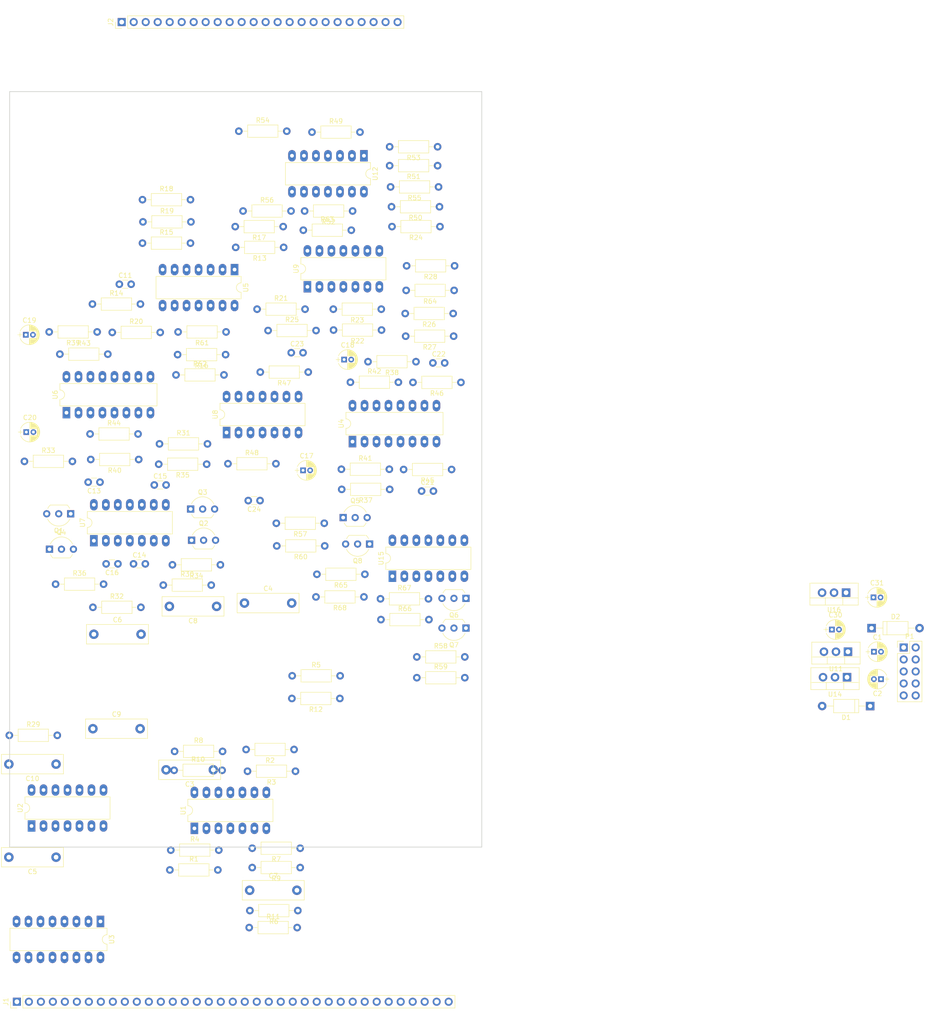
<source format=kicad_pcb>
(kicad_pcb (version 20171130) (host pcbnew 5.0.2+dfsg1-1)
  (layers (0 F.Cu signal) (31 B.Cu signal) (34 B.Paste user) (35 F.Paste user) (36 B.SilkS user) (37 F.SilkS user) (38 B.Mask user) (39 F.Mask user) (44 Edge.Cuts user))
  (net 0 "")
  (net 1 GND)
  (net 2 +12V)
  (net 3 -12V)
  (net 4 DAC5)
  (net 5 DAC7)
  (net 6 DAC1)
  (net 7 DAC3)
  (net 8 DAC6)
  (net 9 DAC8)
  (net 10 DAC2)
  (net 11 DAC4)
  (net 12 +3V3)
  (net 13 "Net-(C13-Pad2)")
  (net 14 "Net-(C13-Pad1)")
  (net 15 "Net-(C14-Pad2)")
  (net 16 "Net-(C14-Pad1)")
  (net 17 "Net-(C15-Pad2)")
  (net 18 "Net-(C15-Pad1)")
  (net 19 "Net-(C16-Pad2)")
  (net 20 "Net-(C16-Pad1)")
  (net 21 IN4)
  (net 22 "Net-(C17-Pad2)")
  (net 23 "Net-(C18-Pad2)")
  (net 24 IN2)
  (net 25 "Net-(C19-Pad2)")
  (net 26 IN3)
  (net 27 IN1)
  (net 28 "Net-(C20-Pad2)")
  (net 29 "Net-(C21-Pad1)")
  (net 30 OUT4)
  (net 31 "Net-(C22-Pad1)")
  (net 32 OUT2)
  (net 33 "Net-(C23-Pad1)")
  (net 34 OUT3)
  (net 35 "Net-(C24-Pad1)")
  (net 36 OUT1)
  (net 37 +9V)
  (net 38 -9V)
  (net 39 "Net-(D1-Pad1)")
  (net 40 "Net-(D2-Pad2)")
  (net 41 V1)
  (net 42 V2)
  (net 43 V3)
  (net 44 V4)
  (net 45 DAC)
  (net 46 D10)
  (net 47 D9)
  (net 48 D8)
  (net 49 D7)
  (net 50 D6)
  (net 51 D5)
  (net 52 D4)
  (net 53 D3)
  (net 54 D2)
  (net 55 D1)
  (net 56 SEL3)
  (net 57 SEL2)
  (net 58 SEL1)
  (net 59 EN_LOW)
  (net 60 F1)
  (net 61 F2)
  (net 62 F3)
  (net 63 F4)
  (net 64 F5)
  (net 65 F6)
  (net 66 F7)
  (net 67 F8)
  (net 68 R1)
  (net 69 R2)
  (net 70 TG1)
  (net 71 TG2)
  (net 72 TG3)
  (net 73 TG4)
  (net 74 /euro_touch/c4)
  (net 75 /euro_touch/c2)
  (net 76 /euro_touch/c3)
  (net 77 /euro_touch/c1)
  (net 78 "Net-(R1-Pad2)")
  (net 79 "Net-(R2-Pad2)")
  (net 80 "Net-(R3-Pad1)")
  (net 81 "Net-(R4-Pad1)")
  (net 82 "Net-(R7-Pad2)")
  (net 83 "Net-(R10-Pad2)")
  (net 84 "Net-(R12-Pad2)")
  (net 85 "Net-(R10-Pad1)")
  (net 86 "Net-(R17-Pad2)")
  (net 87 "Net-(R18-Pad2)")
  (net 88 "Net-(R19-Pad2)")
  (net 89 "Net-(R20-Pad2)")
  (net 90 "Net-(R25-Pad2)")
  (net 91 "Net-(R26-Pad2)")
  (net 92 "Net-(R27-Pad2)")
  (net 93 "Net-(R28-Pad2)")
  (net 94 /euro_touch/o4)
  (net 95 /euro_touch/o2)
  (net 96 /euro_touch/o3)
  (net 97 /euro_touch/o1)
  (net 98 "Net-(R41-Pad2)")
  (net 99 "Net-(R42-Pad2)")
  (net 100 "Net-(R43-Pad2)")
  (net 101 "Net-(R44-Pad2)")
  (net 102 "Net-(R53-Pad2)")
  (net 103 "Net-(R54-Pad2)")
  (net 104 "Net-(R55-Pad2)")
  (net 105 "Net-(R56-Pad2)")
  (net 106 "Net-(R62-Pad2)")
  (net 107 "Net-(R64-Pad2)")
  (net 108 D11)
  (net 109 D12)
  (net 110 D13)
  (net 111 D14)
  (net 112 OUTT1)
  (net 113 OUTT2)
  (net 114 OUTT3)
  (net 115 OUTT4)
  (net 116 TGG1)
  (net 117 TGG2)
  (net 118 TGG3)
  (net 119 TGG4)
  (net 120 "Net-(Q5-Pad2)")
  (net 121 "Net-(Q5-Pad3)")
  (net 122 "Net-(Q6-Pad3)")
  (net 123 "Net-(Q6-Pad2)")
  (net 124 "Net-(Q7-Pad2)")
  (net 125 "Net-(Q7-Pad3)")
  (net 126 "Net-(Q8-Pad3)")
  (net 127 "Net-(Q8-Pad2)")
  (net 128 "Net-(Q1-Pad2)")
  (net 129 "Net-(Q2-Pad2)")
  (net 130 "Net-(Q3-Pad2)")
  (net 131 "Net-(Q4-Pad2)")
  (module Capacitors_ThroughHole:CP_Radial_D4.0mm_P1.50mm (layer F.Cu) (at 223.1 156)
    (fp_text reference C1 (at 0.75 -3.06) (layer F.SilkS))
    (fp_text value 10u)
    (pad 2 thru_hole circle (at 1.5 0) (size 1.2 1.2) (drill 0.6) (layers *.Cu *.Mask) (net 1 GND))
    (pad 1 thru_hole rect (at 0 0) (size 1.2 1.2) (drill 0.6) (layers *.Cu *.Mask) (net 2 +12V))
  )
  (module Capacitors_ThroughHole:C_Rect_L13.0mm_W4.0mm_P10.00mm_FKS3_FKP3_MKS4 (layer F.Cu) (at 83.2 181 180)
    (fp_text reference C3 (at 5 -3.06 180) (layer F.SilkS))
    (fp_text value 47nF)
    (pad 1 thru_hole circle (at 0 0 180) (size 2 2) (drill 1) (layers *.Cu *.Mask) (net 4 DAC5))
    (pad 2 thru_hole circle (at 10 0 180) (size 2 2) (drill 1) (layers *.Cu *.Mask) (net 1 GND))
  )
  (module Capacitors_ThroughHole:C_Rect_L13.0mm_W4.0mm_P10.00mm_FKS3_FKP3_MKS4 (layer F.Cu) (at 89.8 145.7)
    (fp_text reference C4 (at 5 -3.06) (layer F.SilkS))
    (fp_text value 47nF)
    (pad 1 thru_hole circle (at 0 0) (size 2 2) (drill 1) (layers *.Cu *.Mask) (net 5 DAC7))
    (pad 2 thru_hole circle (at 10 0) (size 2 2) (drill 1) (layers *.Cu *.Mask) (net 1 GND))
  )
  (module Capacitors_ThroughHole:C_Rect_L13.0mm_W4.0mm_P10.00mm_FKS3_FKP3_MKS4 (layer F.Cu) (at 49.9 199.5 180)
    (fp_text reference C5 (at 5 -3.06 180) (layer F.SilkS))
    (fp_text value 47nF)
    (pad 1 thru_hole circle (at 0 0 180) (size 2 2) (drill 1) (layers *.Cu *.Mask) (net 6 DAC1))
    (pad 2 thru_hole circle (at 10 0 180) (size 2 2) (drill 1) (layers *.Cu *.Mask) (net 1 GND))
  )
  (module Capacitors_ThroughHole:C_Rect_L13.0mm_W4.0mm_P10.00mm_FKS3_FKP3_MKS4 (layer F.Cu) (at 57.9 152.3)
    (fp_text reference C6 (at 5 -3.06) (layer F.SilkS))
    (fp_text value 47nF)
    (pad 2 thru_hole circle (at 10 0) (size 2 2) (drill 1) (layers *.Cu *.Mask) (net 1 GND))
    (pad 1 thru_hole circle (at 0 0) (size 2 2) (drill 1) (layers *.Cu *.Mask) (net 7 DAC3))
  )
  (module Capacitors_ThroughHole:C_Rect_L13.0mm_W4.0mm_P10.00mm_FKS3_FKP3_MKS4 (layer F.Cu) (at 90.9 206.5)
    (fp_text reference C7 (at 5 -3.06) (layer F.SilkS))
    (fp_text value 47nF)
    (pad 2 thru_hole circle (at 10 0) (size 2 2) (drill 1) (layers *.Cu *.Mask) (net 1 GND))
    (pad 1 thru_hole circle (at 0 0) (size 2 2) (drill 1) (layers *.Cu *.Mask) (net 8 DAC6))
  )
  (module Capacitors_ThroughHole:C_Rect_L13.0mm_W4.0mm_P10.00mm_FKS3_FKP3_MKS4 (layer F.Cu) (at 83.9 146.4 180)
    (fp_text reference C8 (at 5 -3.06 180) (layer F.SilkS))
    (fp_text value 47nF)
    (pad 2 thru_hole circle (at 10 0 180) (size 2 2) (drill 1) (layers *.Cu *.Mask) (net 1 GND))
    (pad 1 thru_hole circle (at 0 0 180) (size 2 2) (drill 1) (layers *.Cu *.Mask) (net 9 DAC8))
  )
  (module Capacitors_ThroughHole:C_Rect_L13.0mm_W4.0mm_P10.00mm_FKS3_FKP3_MKS4 (layer F.Cu) (at 57.7 172.3)
    (fp_text reference C9 (at 5 -3.06) (layer F.SilkS))
    (fp_text value 47nF)
    (pad 1 thru_hole circle (at 0 0) (size 2 2) (drill 1) (layers *.Cu *.Mask) (net 10 DAC2))
    (pad 2 thru_hole circle (at 10 0) (size 2 2) (drill 1) (layers *.Cu *.Mask) (net 1 GND))
  )
  (module Capacitors_ThroughHole:C_Rect_L13.0mm_W4.0mm_P10.00mm_FKS3_FKP3_MKS4 (layer F.Cu) (at 49.9 179.8 180)
    (fp_text reference C10 (at 5 -3.06 180) (layer F.SilkS))
    (fp_text value 47nF)
    (pad 2 thru_hole circle (at 10 0 180) (size 2 2) (drill 1) (layers *.Cu *.Mask) (net 1 GND))
    (pad 1 thru_hole circle (at 0 0 180) (size 2 2) (drill 1) (layers *.Cu *.Mask) (net 11 DAC4))
  )
  (module Capacitors_THT:C_Disc_D3.0mm_W1.6mm_P2.50mm (layer F.Cu) (at 63.3 78.2)
    (fp_text reference C11 (at 1.25 -1.86) (layer F.SilkS))
    (fp_text value 100nF)
    (pad 2 thru_hole circle (at 2.5 0) (size 1.6 1.6) (drill 0.8) (layers *.Cu *.Mask) (net 1 GND))
    (pad 1 thru_hole circle (at 0 0) (size 1.6 1.6) (drill 0.8) (layers *.Cu *.Mask) (net 12 +3V3))
  )
  (module Capacitors_THT:C_Disc_D3.0mm_W1.6mm_P2.50mm (layer F.Cu) (at 59.2 120.1 180)
    (fp_text reference C13 (at 1.25 -1.86 180) (layer F.SilkS))
    (fp_text value 10N)
    (pad 2 thru_hole circle (at 2.5 0 180) (size 1.6 1.6) (drill 0.8) (layers *.Cu *.Mask) (net 13 "Net-(C13-Pad2)"))
    (pad 1 thru_hole circle (at 0 0 180) (size 1.6 1.6) (drill 0.8) (layers *.Cu *.Mask) (net 14 "Net-(C13-Pad1)"))
  )
  (module Capacitors_THT:C_Disc_D3.0mm_W1.6mm_P2.50mm (layer F.Cu) (at 66.3 137.4)
    (fp_text reference C14 (at 1.25 -1.86) (layer F.SilkS))
    (fp_text value 10N)
    (pad 2 thru_hole circle (at 2.5 0) (size 1.6 1.6) (drill 0.8) (layers *.Cu *.Mask) (net 15 "Net-(C14-Pad2)"))
    (pad 1 thru_hole circle (at 0 0) (size 1.6 1.6) (drill 0.8) (layers *.Cu *.Mask) (net 16 "Net-(C14-Pad1)"))
  )
  (module Capacitors_THT:C_Disc_D3.0mm_W1.6mm_P2.50mm (layer F.Cu) (at 70.7 120.7)
    (fp_text reference C15 (at 1.25 -1.86) (layer F.SilkS))
    (fp_text value 10N)
    (pad 2 thru_hole circle (at 2.5 0) (size 1.6 1.6) (drill 0.8) (layers *.Cu *.Mask) (net 17 "Net-(C15-Pad2)"))
    (pad 1 thru_hole circle (at 0 0) (size 1.6 1.6) (drill 0.8) (layers *.Cu *.Mask) (net 18 "Net-(C15-Pad1)"))
  )
  (module Capacitors_THT:C_Disc_D3.0mm_W1.6mm_P2.50mm (layer F.Cu) (at 63 137.4 180)
    (fp_text reference C16 (at 1.25 -1.86 180) (layer F.SilkS))
    (fp_text value 10N)
    (pad 2 thru_hole circle (at 2.5 0 180) (size 1.6 1.6) (drill 0.8) (layers *.Cu *.Mask) (net 19 "Net-(C16-Pad2)"))
    (pad 1 thru_hole circle (at 0 0 180) (size 1.6 1.6) (drill 0.8) (layers *.Cu *.Mask) (net 20 "Net-(C16-Pad1)"))
  )
  (module Capacitors_THT:CP_Radial_D4.0mm_P1.50mm (layer F.Cu) (at 102.2 117.6)
    (fp_text reference C17 (at 0.75 -3.06) (layer F.SilkS))
    (fp_text value 4.7U)
    (pad 1 thru_hole rect (at 0 0) (size 1.2 1.2) (drill 0.6) (layers *.Cu *.Mask) (net 21 IN4))
    (pad 2 thru_hole circle (at 1.5 0) (size 1.2 1.2) (drill 0.6) (layers *.Cu *.Mask) (net 22 "Net-(C17-Pad2)"))
  )
  (module Capacitors_THT:CP_Radial_D4.0mm_P1.50mm (layer F.Cu) (at 110.9 94.15)
    (fp_text reference C18 (at 0.75 -3.06) (layer F.SilkS))
    (fp_text value 4.7U)
    (pad 2 thru_hole circle (at 1.5 0) (size 1.2 1.2) (drill 0.6) (layers *.Cu *.Mask) (net 23 "Net-(C18-Pad2)"))
    (pad 1 thru_hole rect (at 0 0) (size 1.2 1.2) (drill 0.6) (layers *.Cu *.Mask) (net 24 IN2))
  )
  (module Capacitors_THT:CP_Radial_D4.0mm_P1.50mm (layer F.Cu) (at 43.5 88.9)
    (fp_text reference C19 (at 0.75 -3.06) (layer F.SilkS))
    (fp_text value 4.7U)
    (pad 2 thru_hole circle (at 1.5 0) (size 1.2 1.2) (drill 0.6) (layers *.Cu *.Mask) (net 25 "Net-(C19-Pad2)"))
    (pad 1 thru_hole rect (at 0 0) (size 1.2 1.2) (drill 0.6) (layers *.Cu *.Mask) (net 26 IN3))
  )
  (module Capacitors_THT:CP_Radial_D4.0mm_P1.50mm (layer F.Cu) (at 43.6 109.5)
    (fp_text reference C20 (at 0.75 -3.06) (layer F.SilkS))
    (fp_text value 4.7U)
    (pad 1 thru_hole rect (at 0 0) (size 1.2 1.2) (drill 0.6) (layers *.Cu *.Mask) (net 27 IN1))
    (pad 2 thru_hole circle (at 1.5 0) (size 1.2 1.2) (drill 0.6) (layers *.Cu *.Mask) (net 28 "Net-(C20-Pad2)"))
  )
  (module Capacitors_THT:C_Disc_D3.0mm_W1.6mm_P2.50mm (layer F.Cu) (at 127.31 121.99)
    (fp_text reference C21 (at 1.25 -1.86) (layer F.SilkS))
    (fp_text value 100P)
    (pad 1 thru_hole circle (at 0 0) (size 1.6 1.6) (drill 0.8) (layers *.Cu *.Mask) (net 29 "Net-(C21-Pad1)"))
    (pad 2 thru_hole circle (at 2.5 0) (size 1.6 1.6) (drill 0.8) (layers *.Cu *.Mask) (net 30 OUT4))
  )
  (module Capacitors_THT:C_Disc_D3.0mm_W1.6mm_P2.50mm (layer F.Cu) (at 129.7 94.86)
    (fp_text reference C22 (at 1.25 -1.86) (layer F.SilkS))
    (fp_text value 100P)
    (pad 1 thru_hole circle (at 0 0) (size 1.6 1.6) (drill 0.8) (layers *.Cu *.Mask) (net 31 "Net-(C22-Pad1)"))
    (pad 2 thru_hole circle (at 2.5 0) (size 1.6 1.6) (drill 0.8) (layers *.Cu *.Mask) (net 32 OUT2))
  )
  (module Capacitors_THT:C_Disc_D3.0mm_W1.6mm_P2.50mm (layer F.Cu) (at 99.7 92.7)
    (fp_text reference C23 (at 1.25 -1.86) (layer F.SilkS))
    (fp_text value 100P)
    (pad 1 thru_hole circle (at 0 0) (size 1.6 1.6) (drill 0.8) (layers *.Cu *.Mask) (net 33 "Net-(C23-Pad1)"))
    (pad 2 thru_hole circle (at 2.5 0) (size 1.6 1.6) (drill 0.8) (layers *.Cu *.Mask) (net 34 OUT3))
  )
  (module Capacitors_THT:C_Disc_D3.0mm_W1.6mm_P2.50mm (layer F.Cu) (at 93.1 124 180)
    (fp_text reference C24 (at 1.25 -1.86 180) (layer F.SilkS))
    (fp_text value 100P)
    (pad 1 thru_hole circle (at 0 0 180) (size 1.6 1.6) (drill 0.8) (layers *.Cu *.Mask) (net 35 "Net-(C24-Pad1)"))
    (pad 2 thru_hole circle (at 2.5 0 180) (size 1.6 1.6) (drill 0.8) (layers *.Cu *.Mask) (net 36 OUT1))
  )
  (module Capacitors_ThroughHole:CP_Radial_D4.0mm_P1.50mm (layer F.Cu) (at 214.2 151.3)
    (fp_text reference C30 (at 0.75 -3.06) (layer F.SilkS))
    (fp_text value 10u)
    (pad 1 thru_hole rect (at 0 0) (size 1.2 1.2) (drill 0.6) (layers *.Cu *.Mask) (net 37 +9V))
    (pad 2 thru_hole circle (at 1.5 0) (size 1.2 1.2) (drill 0.6) (layers *.Cu *.Mask) (net 1 GND))
  )
  (module Capacitors_ThroughHole:CP_Radial_D4.0mm_P1.50mm (layer F.Cu) (at 223 144.5)
    (fp_text reference C31 (at 0.75 -3.06) (layer F.SilkS))
    (fp_text value 10u)
    (pad 2 thru_hole circle (at 1.5 0) (size 1.2 1.2) (drill 0.6) (layers *.Cu *.Mask) (net 1 GND))
    (pad 1 thru_hole rect (at 0 0) (size 1.2 1.2) (drill 0.6) (layers *.Cu *.Mask) (net 12 +3V3))
  )
  (module Diodes_ThroughHole:D_A-405_P10.16mm_Horizontal (layer F.Cu) (at 222.3 167.5 180)
    (fp_text reference D1 (at 5.08 -2.41 180) (layer F.SilkS))
    (fp_text value 1N5158)
    (pad 2 thru_hole oval (at 10.16 0 180) (size 1.8 1.8) (drill 0.9) (layers *.Cu *.Mask) (net 3 -12V))
    (pad 1 thru_hole rect (at 0 0 180) (size 1.8 1.8) (drill 0.9) (layers *.Cu *.Mask) (net 39 "Net-(D1-Pad1)"))
  )
  (module Diodes_ThroughHole:D_A-405_P10.16mm_Horizontal (layer F.Cu) (at 222.6 151)
    (fp_text reference D2 (at 5.08 -2.41) (layer F.SilkS))
    (fp_text value 1N5158)
    (pad 1 thru_hole rect (at 0 0) (size 1.8 1.8) (drill 0.9) (layers *.Cu *.Mask) (net 2 +12V))
    (pad 2 thru_hole oval (at 10.16 0) (size 1.8 1.8) (drill 0.9) (layers *.Cu *.Mask) (net 40 "Net-(D2-Pad2)"))
  )
  (module Pin_Headers:Pin_Header_Straight_2x05_Pitch2.54mm (layer F.Cu) (at 229.4 155.1)
    (fp_text reference P1 (at 1.27 -2.33) (layer F.SilkS))
    (fp_text value CONN_02X05)
    (pad 1 thru_hole rect (at 0 0) (size 1.7 1.7) (drill 1) (layers *.Cu *.Mask) (net 40 "Net-(D2-Pad2)"))
    (pad 2 thru_hole oval (at 2.54 0) (size 1.7 1.7) (drill 1) (layers *.Cu *.Mask) (net 40 "Net-(D2-Pad2)"))
    (pad 3 thru_hole oval (at 0 2.54) (size 1.7 1.7) (drill 1) (layers *.Cu *.Mask) (net 1 GND))
    (pad 4 thru_hole oval (at 2.54 2.54) (size 1.7 1.7) (drill 1) (layers *.Cu *.Mask) (net 1 GND))
    (pad 5 thru_hole oval (at 0 5.08) (size 1.7 1.7) (drill 1) (layers *.Cu *.Mask) (net 1 GND))
    (pad 6 thru_hole oval (at 2.54 5.08) (size 1.7 1.7) (drill 1) (layers *.Cu *.Mask) (net 1 GND))
    (pad 7 thru_hole oval (at 0 7.62) (size 1.7 1.7) (drill 1) (layers *.Cu *.Mask) (net 1 GND))
    (pad 8 thru_hole oval (at 2.54 7.62) (size 1.7 1.7) (drill 1) (layers *.Cu *.Mask) (net 1 GND))
    (pad 9 thru_hole oval (at 0 10.16) (size 1.7 1.7) (drill 1) (layers *.Cu *.Mask) (net 39 "Net-(D1-Pad1)"))
    (pad 10 thru_hole oval (at 2.54 10.16) (size 1.7 1.7) (drill 1) (layers *.Cu *.Mask) (net 39 "Net-(D1-Pad1)"))
  )
  (module TO_SOT_Packages_THT:TO-92_Inline_Wide (layer F.Cu) (at 53 126.8 180)
    (fp_text reference Q1 (at 2.54 -3.56) (layer F.SilkS))
    (fp_text value Q_PNP_BEC)
    (pad 2 thru_hole circle (at 2.54 0 270) (size 1.52 1.52) (drill 0.8) (layers *.Cu *.Mask) (net 128 "Net-(Q1-Pad2)"))
    (pad 3 thru_hole circle (at 5.08 0 270) (size 1.52 1.52) (drill 0.8) (layers *.Cu *.Mask) (net 74 /euro_touch/c4))
    (pad 1 thru_hole rect (at 0 0 270) (size 1.52 1.52) (drill 0.8) (layers *.Cu *.Mask) (net 13 "Net-(C13-Pad2)"))
  )
  (module TO_SOT_Packages_THT:TO-92_Inline_Wide (layer F.Cu) (at 78.6 132.4)
    (fp_text reference Q2 (at 2.54 -3.56 180) (layer F.SilkS))
    (fp_text value Q_PNP_BEC)
    (pad 1 thru_hole rect (at 0 0 90) (size 1.52 1.52) (drill 0.8) (layers *.Cu *.Mask) (net 15 "Net-(C14-Pad2)"))
    (pad 3 thru_hole circle (at 5.08 0 90) (size 1.52 1.52) (drill 0.8) (layers *.Cu *.Mask) (net 75 /euro_touch/c2))
    (pad 2 thru_hole circle (at 2.54 0 90) (size 1.52 1.52) (drill 0.8) (layers *.Cu *.Mask) (net 129 "Net-(Q2-Pad2)"))
  )
  (module TO_SOT_Packages_THT:TO-92_Inline_Wide (layer F.Cu) (at 78.4 125.8)
    (fp_text reference Q3 (at 2.54 -3.56 180) (layer F.SilkS))
    (fp_text value Q_PNP_BEC)
    (pad 2 thru_hole circle (at 2.54 0 90) (size 1.52 1.52) (drill 0.8) (layers *.Cu *.Mask) (net 130 "Net-(Q3-Pad2)"))
    (pad 3 thru_hole circle (at 5.08 0 90) (size 1.52 1.52) (drill 0.8) (layers *.Cu *.Mask) (net 76 /euro_touch/c3))
    (pad 1 thru_hole rect (at 0 0 90) (size 1.52 1.52) (drill 0.8) (layers *.Cu *.Mask) (net 17 "Net-(C15-Pad2)"))
  )
  (module TO_SOT_Packages_THT:TO-92_Inline_Wide (layer F.Cu) (at 48.5 134.3)
    (fp_text reference Q4 (at 2.54 -3.56 180) (layer F.SilkS))
    (fp_text value Q_PNP_BEC)
    (pad 1 thru_hole rect (at 0 0 90) (size 1.52 1.52) (drill 0.8) (layers *.Cu *.Mask) (net 19 "Net-(C16-Pad2)"))
    (pad 3 thru_hole circle (at 5.08 0 90) (size 1.52 1.52) (drill 0.8) (layers *.Cu *.Mask) (net 77 /euro_touch/c1))
    (pad 2 thru_hole circle (at 2.54 0 90) (size 1.52 1.52) (drill 0.8) (layers *.Cu *.Mask) (net 131 "Net-(Q4-Pad2)"))
  )
  (module Resistors_ThroughHole:R_Axial_DIN0207_L6.3mm_D2.5mm_P10.16mm_Horizontal (layer F.Cu) (at 74 202.2)
    (fp_text reference R1 (at 5.08 -2.31) (layer F.SilkS))
    (fp_text value 1K)
    (pad 2 thru_hole oval (at 10.16 0) (size 1.6 1.6) (drill 0.8) (layers *.Cu *.Mask) (net 78 "Net-(R1-Pad2)"))
    (pad 1 thru_hole circle (at 0 0) (size 1.6 1.6) (drill 0.8) (layers *.Cu *.Mask) (net 1 GND))
  )
  (module Resistors_ThroughHole:R_Axial_DIN0207_L6.3mm_D2.5mm_P10.16mm_Horizontal (layer F.Cu) (at 100.3 176.7 180)
    (fp_text reference R2 (at 5.08 -2.31 180) (layer F.SilkS))
    (fp_text value 1K)
    (pad 2 thru_hole oval (at 10.16 0 180) (size 1.6 1.6) (drill 0.8) (layers *.Cu *.Mask) (net 79 "Net-(R2-Pad2)"))
    (pad 1 thru_hole circle (at 0 0 180) (size 1.6 1.6) (drill 0.8) (layers *.Cu *.Mask) (net 1 GND))
  )
  (module Resistors_ThroughHole:R_Axial_DIN0207_L6.3mm_D2.5mm_P10.16mm_Horizontal (layer F.Cu) (at 100.6 181.3 180)
    (fp_text reference R3 (at 5.08 -2.31 180) (layer F.SilkS))
    (fp_text value 1K)
    (pad 2 thru_hole oval (at 10.16 0 180) (size 1.6 1.6) (drill 0.8) (layers *.Cu *.Mask) (net 79 "Net-(R2-Pad2)"))
    (pad 1 thru_hole circle (at 0 0 180) (size 1.6 1.6) (drill 0.8) (layers *.Cu *.Mask) (net 80 "Net-(R3-Pad1)"))
  )
  (module Resistors_ThroughHole:R_Axial_DIN0207_L6.3mm_D2.5mm_P10.16mm_Horizontal (layer F.Cu) (at 74.2 198)
    (fp_text reference R4 (at 5.08 -2.31) (layer F.SilkS))
    (fp_text value 1K)
    (pad 2 thru_hole oval (at 10.16 0) (size 1.6 1.6) (drill 0.8) (layers *.Cu *.Mask) (net 78 "Net-(R1-Pad2)"))
    (pad 1 thru_hole circle (at 0 0) (size 1.6 1.6) (drill 0.8) (layers *.Cu *.Mask) (net 81 "Net-(R4-Pad1)"))
  )
  (module Resistors_ThroughHole:R_Axial_DIN0207_L6.3mm_D2.5mm_P10.16mm_Horizontal (layer F.Cu) (at 99.9 161.1)
    (fp_text reference R5 (at 5.08 -2.31) (layer F.SilkS))
    (fp_text value 1K)
    (pad 2 thru_hole oval (at 10.16 0) (size 1.6 1.6) (drill 0.8) (layers *.Cu *.Mask) (net 80 "Net-(R3-Pad1)"))
    (pad 1 thru_hole circle (at 0 0) (size 1.6 1.6) (drill 0.8) (layers *.Cu *.Mask) (net 42 V2))
  )
  (module Resistors_ThroughHole:R_Axial_DIN0207_L6.3mm_D2.5mm_P10.16mm_Horizontal (layer F.Cu) (at 101.1 210.8 180)
    (fp_text reference R6 (at 5.08 -2.31 180) (layer F.SilkS))
    (fp_text value 1K)
    (pad 2 thru_hole oval (at 10.16 0 180) (size 1.6 1.6) (drill 0.8) (layers *.Cu *.Mask) (net 81 "Net-(R4-Pad1)"))
    (pad 1 thru_hole circle (at 0 0 180) (size 1.6 1.6) (drill 0.8) (layers *.Cu *.Mask) (net 41 V1))
  )
  (module Resistors_ThroughHole:R_Axial_DIN0207_L6.3mm_D2.5mm_P10.16mm_Horizontal (layer F.Cu) (at 101.6 197.6 180)
    (fp_text reference R7 (at 5.08 -2.31 180) (layer F.SilkS))
    (fp_text value 1K)
    (pad 1 thru_hole circle (at 0 0 180) (size 1.6 1.6) (drill 0.8) (layers *.Cu *.Mask) (net 1 GND))
    (pad 2 thru_hole oval (at 10.16 0 180) (size 1.6 1.6) (drill 0.8) (layers *.Cu *.Mask) (net 82 "Net-(R7-Pad2)"))
  )
  (module Resistors_ThroughHole:R_Axial_DIN0207_L6.3mm_D2.5mm_P10.16mm_Horizontal (layer F.Cu) (at 75 177.1)
    (fp_text reference R8 (at 5.08 -2.31) (layer F.SilkS))
    (fp_text value 1K)
    (pad 1 thru_hole circle (at 0 0) (size 1.6 1.6) (drill 0.8) (layers *.Cu *.Mask) (net 1 GND))
    (pad 2 thru_hole oval (at 10.16 0) (size 1.6 1.6) (drill 0.8) (layers *.Cu *.Mask) (net 83 "Net-(R10-Pad2)"))
  )
  (module Resistors_ThroughHole:R_Axial_DIN0207_L6.3mm_D2.5mm_P10.16mm_Horizontal (layer F.Cu) (at 101.6 201.7 180)
    (fp_text reference R9 (at 5.08 -2.31 180) (layer F.SilkS))
    (fp_text value 1K)
    (pad 1 thru_hole circle (at 0 0 180) (size 1.6 1.6) (drill 0.8) (layers *.Cu *.Mask) (net 84 "Net-(R12-Pad2)"))
    (pad 2 thru_hole oval (at 10.16 0 180) (size 1.6 1.6) (drill 0.8) (layers *.Cu *.Mask) (net 82 "Net-(R7-Pad2)"))
  )
  (module Resistors_ThroughHole:R_Axial_DIN0207_L6.3mm_D2.5mm_P10.16mm_Horizontal (layer F.Cu) (at 74.9 181.1)
    (fp_text reference R10 (at 5.08 -2.31) (layer F.SilkS))
    (fp_text value 1K)
    (pad 1 thru_hole circle (at 0 0) (size 1.6 1.6) (drill 0.8) (layers *.Cu *.Mask) (net 85 "Net-(R10-Pad1)"))
    (pad 2 thru_hole oval (at 10.16 0) (size 1.6 1.6) (drill 0.8) (layers *.Cu *.Mask) (net 83 "Net-(R10-Pad2)"))
  )
  (module Resistors_ThroughHole:R_Axial_DIN0207_L6.3mm_D2.5mm_P10.16mm_Horizontal (layer F.Cu) (at 90.8 214.4)
    (fp_text reference R11 (at 5.08 -2.31) (layer F.SilkS))
    (fp_text value 1K)
    (pad 2 thru_hole oval (at 10.16 0) (size 1.6 1.6) (drill 0.8) (layers *.Cu *.Mask) (net 85 "Net-(R10-Pad1)"))
    (pad 1 thru_hole circle (at 0 0) (size 1.6 1.6) (drill 0.8) (layers *.Cu *.Mask) (net 43 V3))
  )
  (module Resistors_ThroughHole:R_Axial_DIN0207_L6.3mm_D2.5mm_P10.16mm_Horizontal (layer F.Cu) (at 110 165.9 180)
    (fp_text reference R12 (at 5.08 -2.31 180) (layer F.SilkS))
    (fp_text value 1K)
    (pad 1 thru_hole circle (at 0 0 180) (size 1.6 1.6) (drill 0.8) (layers *.Cu *.Mask) (net 44 V4))
    (pad 2 thru_hole oval (at 10.16 0 180) (size 1.6 1.6) (drill 0.8) (layers *.Cu *.Mask) (net 84 "Net-(R12-Pad2)"))
  )
  (module Resistors_ThroughHole:R_Axial_DIN0207_L6.3mm_D2.5mm_P10.16mm_Horizontal (layer F.Cu) (at 98.1 70.4 180)
    (fp_text reference R13 (at 5.08 -2.31 180) (layer F.SilkS))
    (fp_text value 1M)
    (pad 1 thru_hole circle (at 0 0 180) (size 1.6 1.6) (drill 0.8) (layers *.Cu *.Mask) (net 12 +3V3))
    (pad 2 thru_hole oval (at 10.16 0 180) (size 1.6 1.6) (drill 0.8) (layers *.Cu *.Mask) (net 60 F1))
  )
  (module Resistors_ThroughHole:R_Axial_DIN0207_L6.3mm_D2.5mm_P10.16mm_Horizontal (layer F.Cu) (at 57.6 82.4)
    (fp_text reference R14 (at 5.08 -2.31) (layer F.SilkS))
    (fp_text value 1M)
    (pad 2 thru_hole oval (at 10.16 0) (size 1.6 1.6) (drill 0.8) (layers *.Cu *.Mask) (net 62 F3))
    (pad 1 thru_hole circle (at 0 0) (size 1.6 1.6) (drill 0.8) (layers *.Cu *.Mask) (net 12 +3V3))
  )
  (module Resistors_ThroughHole:R_Axial_DIN0207_L6.3mm_D2.5mm_P10.16mm_Horizontal (layer F.Cu) (at 68.2 69.5)
    (fp_text reference R15 (at 5.08 -2.31) (layer F.SilkS))
    (fp_text value 1M)
    (pad 1 thru_hole circle (at 0 0) (size 1.6 1.6) (drill 0.8) (layers *.Cu *.Mask) (net 12 +3V3))
    (pad 2 thru_hole oval (at 10.16 0) (size 1.6 1.6) (drill 0.8) (layers *.Cu *.Mask) (net 61 F2))
  )
  (module Resistors_ThroughHole:R_Axial_DIN0207_L6.3mm_D2.5mm_P10.16mm_Horizontal (layer F.Cu) (at 85.8 93.1 180)
    (fp_text reference R16 (at 5.08 -2.31 180) (layer F.SilkS))
    (fp_text value 1M)
    (pad 2 thru_hole oval (at 10.16 0 180) (size 1.6 1.6) (drill 0.8) (layers *.Cu *.Mask) (net 63 F4))
    (pad 1 thru_hole circle (at 0 0 180) (size 1.6 1.6) (drill 0.8) (layers *.Cu *.Mask) (net 12 +3V3))
  )
  (module Resistors_ThroughHole:R_Axial_DIN0207_L6.3mm_D2.5mm_P10.16mm_Horizontal (layer F.Cu) (at 98 66 180)
    (fp_text reference R17 (at 5.08 -2.31 180) (layer F.SilkS))
    (fp_text value 1K)
    (pad 1 thru_hole circle (at 0 0 180) (size 1.6 1.6) (drill 0.8) (layers *.Cu *.Mask) (net 55 D1))
    (pad 2 thru_hole oval (at 10.16 0 180) (size 1.6 1.6) (drill 0.8) (layers *.Cu *.Mask) (net 86 "Net-(R17-Pad2)"))
  )
  (module Resistors_ThroughHole:R_Axial_DIN0207_L6.3mm_D2.5mm_P10.16mm_Horizontal (layer F.Cu) (at 68.2 60.3)
    (fp_text reference R18 (at 5.08 -2.31) (layer F.SilkS))
    (fp_text value 1K)
    (pad 1 thru_hole circle (at 0 0) (size 1.6 1.6) (drill 0.8) (layers *.Cu *.Mask) (net 53 D3))
    (pad 2 thru_hole oval (at 10.16 0) (size 1.6 1.6) (drill 0.8) (layers *.Cu *.Mask) (net 87 "Net-(R18-Pad2)"))
  )
  (module Resistors_ThroughHole:R_Axial_DIN0207_L6.3mm_D2.5mm_P10.16mm_Horizontal (layer F.Cu) (at 68.3 65)
    (fp_text reference R19 (at 5.08 -2.31) (layer F.SilkS))
    (fp_text value 1K)
    (pad 1 thru_hole circle (at 0 0) (size 1.6 1.6) (drill 0.8) (layers *.Cu *.Mask) (net 54 D2))
    (pad 2 thru_hole oval (at 10.16 0) (size 1.6 1.6) (drill 0.8) (layers *.Cu *.Mask) (net 88 "Net-(R19-Pad2)"))
  )
  (module Resistors_ThroughHole:R_Axial_DIN0207_L6.3mm_D2.5mm_P10.16mm_Horizontal (layer F.Cu) (at 61.8 88.4)
    (fp_text reference R20 (at 5.08 -2.31) (layer F.SilkS))
    (fp_text value 1K)
    (pad 1 thru_hole circle (at 0 0) (size 1.6 1.6) (drill 0.8) (layers *.Cu *.Mask) (net 52 D4))
    (pad 2 thru_hole oval (at 10.16 0) (size 1.6 1.6) (drill 0.8) (layers *.Cu *.Mask) (net 89 "Net-(R20-Pad2)"))
  )
  (module Resistors_ThroughHole:R_Axial_DIN0207_L6.3mm_D2.5mm_P10.16mm_Horizontal (layer F.Cu) (at 92.47 83.48)
    (fp_text reference R21 (at 5.08 -2.31) (layer F.SilkS))
    (fp_text value 1M)
    (pad 2 thru_hole oval (at 10.16 0) (size 1.6 1.6) (drill 0.8) (layers *.Cu *.Mask) (net 64 F5))
    (pad 1 thru_hole circle (at 0 0) (size 1.6 1.6) (drill 0.8) (layers *.Cu *.Mask) (net 12 +3V3))
  )
  (module Resistors_ThroughHole:R_Axial_DIN0207_L6.3mm_D2.5mm_P10.16mm_Horizontal (layer F.Cu) (at 118.82 87.9 180)
    (fp_text reference R22 (at 5.08 -2.31 180) (layer F.SilkS))
    (fp_text value 1M)
    (pad 1 thru_hole circle (at 0 0 180) (size 1.6 1.6) (drill 0.8) (layers *.Cu *.Mask) (net 12 +3V3))
    (pad 2 thru_hole oval (at 10.16 0 180) (size 1.6 1.6) (drill 0.8) (layers *.Cu *.Mask) (net 66 F7))
  )
  (module Resistors_ThroughHole:R_Axial_DIN0207_L6.3mm_D2.5mm_P10.16mm_Horizontal (layer F.Cu) (at 118.77 83.48 180)
    (fp_text reference R23 (at 5.08 -2.31 180) (layer F.SilkS))
    (fp_text value 1M)
    (pad 2 thru_hole oval (at 10.16 0 180) (size 1.6 1.6) (drill 0.8) (layers *.Cu *.Mask) (net 65 F6))
    (pad 1 thru_hole circle (at 0 0 180) (size 1.6 1.6) (drill 0.8) (layers *.Cu *.Mask) (net 12 +3V3))
  )
  (module Resistors_ThroughHole:R_Axial_DIN0207_L6.3mm_D2.5mm_P10.16mm_Horizontal (layer F.Cu) (at 131.2 66 180)
    (fp_text reference R24 (at 5.08 -2.31 180) (layer F.SilkS))
    (fp_text value 1M)
    (pad 1 thru_hole circle (at 0 0 180) (size 1.6 1.6) (drill 0.8) (layers *.Cu *.Mask) (net 12 +3V3))
    (pad 2 thru_hole oval (at 10.16 0 180) (size 1.6 1.6) (drill 0.8) (layers *.Cu *.Mask) (net 67 F8))
  )
  (module Resistors_ThroughHole:R_Axial_DIN0207_L6.3mm_D2.5mm_P10.16mm_Horizontal (layer F.Cu) (at 94.8 88)
    (fp_text reference R25 (at 5.08 -2.31) (layer F.SilkS))
    (fp_text value 1K)
    (pad 2 thru_hole oval (at 10.16 0) (size 1.6 1.6) (drill 0.8) (layers *.Cu *.Mask) (net 90 "Net-(R25-Pad2)"))
    (pad 1 thru_hole circle (at 0 0) (size 1.6 1.6) (drill 0.8) (layers *.Cu *.Mask) (net 51 D5))
  )
  (module Resistors_ThroughHole:R_Axial_DIN0207_L6.3mm_D2.5mm_P10.16mm_Horizontal (layer F.Cu) (at 134 84.4 180)
    (fp_text reference R26 (at 5.08 -2.31 180) (layer F.SilkS))
    (fp_text value 1K)
    (pad 2 thru_hole oval (at 10.16 0 180) (size 1.6 1.6) (drill 0.8) (layers *.Cu *.Mask) (net 91 "Net-(R26-Pad2)"))
    (pad 1 thru_hole circle (at 0 0 180) (size 1.6 1.6) (drill 0.8) (layers *.Cu *.Mask) (net 49 D7))
  )
  (module Resistors_ThroughHole:R_Axial_DIN0207_L6.3mm_D2.5mm_P10.16mm_Horizontal (layer F.Cu) (at 134.1 89.2 180)
    (fp_text reference R27 (at 5.08 -2.31 180) (layer F.SilkS))
    (fp_text value 1K)
    (pad 2 thru_hole oval (at 10.16 0 180) (size 1.6 1.6) (drill 0.8) (layers *.Cu *.Mask) (net 92 "Net-(R27-Pad2)"))
    (pad 1 thru_hole circle (at 0 0 180) (size 1.6 1.6) (drill 0.8) (layers *.Cu *.Mask) (net 50 D6))
  )
  (module Resistors_ThroughHole:R_Axial_DIN0207_L6.3mm_D2.5mm_P10.16mm_Horizontal (layer F.Cu) (at 134.3 74.3 180)
    (fp_text reference R28 (at 5.08 -2.31 180) (layer F.SilkS))
    (fp_text value 1K)
    (pad 2 thru_hole oval (at 10.16 0 180) (size 1.6 1.6) (drill 0.8) (layers *.Cu *.Mask) (net 93 "Net-(R28-Pad2)"))
    (pad 1 thru_hole circle (at 0 0 180) (size 1.6 1.6) (drill 0.8) (layers *.Cu *.Mask) (net 48 D8))
  )
  (module Resistors_ThroughHole:R_Axial_DIN0207_L6.3mm_D2.5mm_P10.16mm_Horizontal (layer F.Cu) (at 40 173.7)
    (fp_text reference R29 (at 5.08 -2.31) (layer F.SilkS))
    (fp_text value 18K?)
    (pad 1 thru_hole circle (at 0 0) (size 1.6 1.6) (drill 0.8) (layers *.Cu *.Mask) (net 14 "Net-(C13-Pad1)"))
    (pad 2 thru_hole oval (at 10.16 0) (size 1.6 1.6) (drill 0.8) (layers *.Cu *.Mask) (net 94 /euro_touch/o4))
  )
  (module Resistors_ThroughHole:R_Axial_DIN0207_L6.3mm_D2.5mm_P10.16mm_Horizontal (layer F.Cu) (at 72.6 141.9)
    (fp_text reference R30 (at 5.08 -2.31) (layer F.SilkS))
    (fp_text value 18K?)
    (pad 1 thru_hole circle (at 0 0) (size 1.6 1.6) (drill 0.8) (layers *.Cu *.Mask) (net 16 "Net-(C14-Pad1)"))
    (pad 2 thru_hole oval (at 10.16 0) (size 1.6 1.6) (drill 0.8) (layers *.Cu *.Mask) (net 95 /euro_touch/o2))
  )
  (module Resistors_ThroughHole:R_Axial_DIN0207_L6.3mm_D2.5mm_P10.16mm_Horizontal (layer F.Cu) (at 71.8 112)
    (fp_text reference R31 (at 5.08 -2.31) (layer F.SilkS))
    (fp_text value 18K?)
    (pad 1 thru_hole circle (at 0 0) (size 1.6 1.6) (drill 0.8) (layers *.Cu *.Mask) (net 18 "Net-(C15-Pad1)"))
    (pad 2 thru_hole oval (at 10.16 0) (size 1.6 1.6) (drill 0.8) (layers *.Cu *.Mask) (net 96 /euro_touch/o3))
  )
  (module Resistors_ThroughHole:R_Axial_DIN0207_L6.3mm_D2.5mm_P10.16mm_Horizontal (layer F.Cu) (at 57.7 146.6)
    (fp_text reference R32 (at 5.08 -2.31) (layer F.SilkS))
    (fp_text value 18K?)
    (pad 1 thru_hole circle (at 0 0) (size 1.6 1.6) (drill 0.8) (layers *.Cu *.Mask) (net 20 "Net-(C16-Pad1)"))
    (pad 2 thru_hole oval (at 10.16 0) (size 1.6 1.6) (drill 0.8) (layers *.Cu *.Mask) (net 97 /euro_touch/o1))
  )
  (module Resistors_ThroughHole:R_Axial_DIN0207_L6.3mm_D2.5mm_P10.16mm_Horizontal (layer F.Cu) (at 43.2 115.7)
    (fp_text reference R33 (at 5.08 -2.31) (layer F.SilkS))
    (fp_text value 2.2K)
    (pad 2 thru_hole oval (at 10.16 0) (size 1.6 1.6) (drill 0.8) (layers *.Cu *.Mask) (net 14 "Net-(C13-Pad1)"))
    (pad 1 thru_hole circle (at 0 0) (size 1.6 1.6) (drill 0.8) (layers *.Cu *.Mask) (net 128 "Net-(Q1-Pad2)"))
  )
  (module Resistors_ThroughHole:R_Axial_DIN0207_L6.3mm_D2.5mm_P10.16mm_Horizontal (layer F.Cu) (at 84.7 137.6 180)
    (fp_text reference R34 (at 5.08 -2.31 180) (layer F.SilkS))
    (fp_text value 2.2K)
    (pad 2 thru_hole oval (at 10.16 0 180) (size 1.6 1.6) (drill 0.8) (layers *.Cu *.Mask) (net 16 "Net-(C14-Pad1)"))
    (pad 1 thru_hole circle (at 0 0 180) (size 1.6 1.6) (drill 0.8) (layers *.Cu *.Mask) (net 129 "Net-(Q2-Pad2)"))
  )
  (module Resistors_ThroughHole:R_Axial_DIN0207_L6.3mm_D2.5mm_P10.16mm_Horizontal (layer F.Cu) (at 81.8 116.3 180)
    (fp_text reference R35 (at 5.08 -2.31 180) (layer F.SilkS))
    (fp_text value 2.2K)
    (pad 2 thru_hole oval (at 10.16 0 180) (size 1.6 1.6) (drill 0.8) (layers *.Cu *.Mask) (net 18 "Net-(C15-Pad1)"))
    (pad 1 thru_hole circle (at 0 0 180) (size 1.6 1.6) (drill 0.8) (layers *.Cu *.Mask) (net 130 "Net-(Q3-Pad2)"))
  )
  (module Resistors_ThroughHole:R_Axial_DIN0207_L6.3mm_D2.5mm_P10.16mm_Horizontal (layer F.Cu) (at 49.8 141.7)
    (fp_text reference R36 (at 5.08 -2.31) (layer F.SilkS))
    (fp_text value 2.2K)
    (pad 2 thru_hole oval (at 10.16 0) (size 1.6 1.6) (drill 0.8) (layers *.Cu *.Mask) (net 20 "Net-(C16-Pad1)"))
    (pad 1 thru_hole circle (at 0 0) (size 1.6 1.6) (drill 0.8) (layers *.Cu *.Mask) (net 131 "Net-(Q4-Pad2)"))
  )
  (module Resistors_ThroughHole:R_Axial_DIN0207_L6.3mm_D2.5mm_P10.16mm_Horizontal (layer F.Cu) (at 120.55 121.63 180)
    (fp_text reference R37 (at 5.08 -2.31 180) (layer F.SilkS))
    (fp_text value 220R)
    (pad 1 thru_hole circle (at 0 0 180) (size 1.6 1.6) (drill 0.8) (layers *.Cu *.Mask) (net 1 GND))
    (pad 2 thru_hole oval (at 10.16 0 180) (size 1.6 1.6) (drill 0.8) (layers *.Cu *.Mask) (net 22 "Net-(C17-Pad2)"))
  )
  (module Resistors_ThroughHole:R_Axial_DIN0207_L6.3mm_D2.5mm_P10.16mm_Horizontal (layer F.Cu) (at 126.12 94.6 180)
    (fp_text reference R38 (at 5.08 -2.31 180) (layer F.SilkS))
    (fp_text value 220R)
    (pad 2 thru_hole oval (at 10.16 0 180) (size 1.6 1.6) (drill 0.8) (layers *.Cu *.Mask) (net 23 "Net-(C18-Pad2)"))
    (pad 1 thru_hole circle (at 0 0 180) (size 1.6 1.6) (drill 0.8) (layers *.Cu *.Mask) (net 1 GND))
  )
  (module Resistors_ThroughHole:R_Axial_DIN0207_L6.3mm_D2.5mm_P10.16mm_Horizontal (layer F.Cu) (at 58.6 88.3 180)
    (fp_text reference R39 (at 5.08 -2.31 180) (layer F.SilkS))
    (fp_text value 220R)
    (pad 2 thru_hole oval (at 10.16 0 180) (size 1.6 1.6) (drill 0.8) (layers *.Cu *.Mask) (net 25 "Net-(C19-Pad2)"))
    (pad 1 thru_hole circle (at 0 0 180) (size 1.6 1.6) (drill 0.8) (layers *.Cu *.Mask) (net 1 GND))
  )
  (module Resistors_ThroughHole:R_Axial_DIN0207_L6.3mm_D2.5mm_P10.16mm_Horizontal (layer F.Cu) (at 67.4 115.3 180)
    (fp_text reference R40 (at 5.08 -2.31 180) (layer F.SilkS))
    (fp_text value 220R)
    (pad 1 thru_hole circle (at 0 0 180) (size 1.6 1.6) (drill 0.8) (layers *.Cu *.Mask) (net 1 GND))
    (pad 2 thru_hole oval (at 10.16 0 180) (size 1.6 1.6) (drill 0.8) (layers *.Cu *.Mask) (net 28 "Net-(C20-Pad2)"))
  )
  (module Resistors_ThroughHole:R_Axial_DIN0207_L6.3mm_D2.5mm_P10.16mm_Horizontal (layer F.Cu) (at 110.32 117.37)
    (fp_text reference R41 (at 5.08 -2.31) (layer F.SilkS))
    (fp_text value 10K)
    (pad 2 thru_hole oval (at 10.16 0) (size 1.6 1.6) (drill 0.8) (layers *.Cu *.Mask) (net 98 "Net-(R41-Pad2)"))
    (pad 1 thru_hole circle (at 0 0) (size 1.6 1.6) (drill 0.8) (layers *.Cu *.Mask) (net 22 "Net-(C17-Pad2)"))
  )
  (module Resistors_ThroughHole:R_Axial_DIN0207_L6.3mm_D2.5mm_P10.16mm_Horizontal (layer F.Cu) (at 112.23 98.95)
    (fp_text reference R42 (at 5.08 -2.31) (layer F.SilkS))
    (fp_text value 10K)
    (pad 1 thru_hole circle (at 0 0) (size 1.6 1.6) (drill 0.8) (layers *.Cu *.Mask) (net 23 "Net-(C18-Pad2)"))
    (pad 2 thru_hole oval (at 10.16 0) (size 1.6 1.6) (drill 0.8) (layers *.Cu *.Mask) (net 99 "Net-(R42-Pad2)"))
  )
  (module Resistors_ThroughHole:R_Axial_DIN0207_L6.3mm_D2.5mm_P10.16mm_Horizontal (layer F.Cu) (at 50.7 93)
    (fp_text reference R43 (at 5.08 -2.31) (layer F.SilkS))
    (fp_text value 10K)
    (pad 2 thru_hole oval (at 10.16 0) (size 1.6 1.6) (drill 0.8) (layers *.Cu *.Mask) (net 100 "Net-(R43-Pad2)"))
    (pad 1 thru_hole circle (at 0 0) (size 1.6 1.6) (drill 0.8) (layers *.Cu *.Mask) (net 25 "Net-(C19-Pad2)"))
  )
  (module Resistors_ThroughHole:R_Axial_DIN0207_L6.3mm_D2.5mm_P10.16mm_Horizontal (layer F.Cu) (at 57.1 109.9)
    (fp_text reference R44 (at 5.08 -2.31) (layer F.SilkS))
    (fp_text value 10K)
    (pad 2 thru_hole oval (at 10.16 0) (size 1.6 1.6) (drill 0.8) (layers *.Cu *.Mask) (net 101 "Net-(R44-Pad2)"))
    (pad 1 thru_hole circle (at 0 0) (size 1.6 1.6) (drill 0.8) (layers *.Cu *.Mask) (net 28 "Net-(C20-Pad2)"))
  )
  (module Resistors_ThroughHole:R_Axial_DIN0207_L6.3mm_D2.5mm_P10.16mm_Horizontal (layer F.Cu) (at 133.66 117.42 180)
    (fp_text reference R45 (at 5.08 -2.31 180) (layer F.SilkS))
    (fp_text value 10K?)
    (pad 2 thru_hole oval (at 10.16 0 180) (size 1.6 1.6) (drill 0.8) (layers *.Cu *.Mask) (net 29 "Net-(C21-Pad1)"))
    (pad 1 thru_hole circle (at 0 0 180) (size 1.6 1.6) (drill 0.8) (layers *.Cu *.Mask) (net 30 OUT4))
  )
  (module Resistors_ThroughHole:R_Axial_DIN0207_L6.3mm_D2.5mm_P10.16mm_Horizontal (layer F.Cu) (at 135.64 98.98 180)
    (fp_text reference R46 (at 5.08 -2.31 180) (layer F.SilkS))
    (fp_text value 10K?)
    (pad 2 thru_hole oval (at 10.16 0 180) (size 1.6 1.6) (drill 0.8) (layers *.Cu *.Mask) (net 31 "Net-(C22-Pad1)"))
    (pad 1 thru_hole circle (at 0 0 180) (size 1.6 1.6) (drill 0.8) (layers *.Cu *.Mask) (net 32 OUT2))
  )
  (module Resistors_ThroughHole:R_Axial_DIN0207_L6.3mm_D2.5mm_P10.16mm_Horizontal (layer F.Cu) (at 103.3 96.8 180)
    (fp_text reference R47 (at 5.08 -2.31 180) (layer F.SilkS))
    (fp_text value 10K?)
    (pad 2 thru_hole oval (at 10.16 0 180) (size 1.6 1.6) (drill 0.8) (layers *.Cu *.Mask) (net 33 "Net-(C23-Pad1)"))
    (pad 1 thru_hole circle (at 0 0 180) (size 1.6 1.6) (drill 0.8) (layers *.Cu *.Mask) (net 34 OUT3))
  )
  (module Resistors_ThroughHole:R_Axial_DIN0207_L6.3mm_D2.5mm_P10.16mm_Horizontal (layer F.Cu) (at 86.3 116.2)
    (fp_text reference R48 (at 5.08 -2.31) (layer F.SilkS))
    (fp_text value 10K?)
    (pad 2 thru_hole oval (at 10.16 0) (size 1.6 1.6) (drill 0.8) (layers *.Cu *.Mask) (net 35 "Net-(C24-Pad1)"))
    (pad 1 thru_hole circle (at 0 0) (size 1.6 1.6) (drill 0.8) (layers *.Cu *.Mask) (net 36 OUT1))
  )
  (module Resistors_ThroughHole:R_Axial_DIN0207_L6.3mm_D2.5mm_P10.16mm_Horizontal (layer F.Cu) (at 104.1 46)
    (fp_text reference R49 (at 5.08 -2.31) (layer F.SilkS))
    (fp_text value 1M)
    (pad 2 thru_hole oval (at 10.16 0) (size 1.6 1.6) (drill 0.8) (layers *.Cu *.Mask) (net 70 TG1))
    (pad 1 thru_hole circle (at 0 0) (size 1.6 1.6) (drill 0.8) (layers *.Cu *.Mask) (net 12 +3V3))
  )
  (module Resistors_ThroughHole:R_Axial_DIN0207_L6.3mm_D2.5mm_P10.16mm_Horizontal (layer F.Cu) (at 131.1 61.8 180)
    (fp_text reference R50 (at 5.08 -2.31 180) (layer F.SilkS))
    (fp_text value 1M)
    (pad 2 thru_hole oval (at 10.16 0 180) (size 1.6 1.6) (drill 0.8) (layers *.Cu *.Mask) (net 72 TG3))
    (pad 1 thru_hole circle (at 0 0 180) (size 1.6 1.6) (drill 0.8) (layers *.Cu *.Mask) (net 12 +3V3))
  )
  (module Resistors_ThroughHole:R_Axial_DIN0207_L6.3mm_D2.5mm_P10.16mm_Horizontal (layer F.Cu) (at 130.7 53.1 180)
    (fp_text reference R51 (at 5.08 -2.31 180) (layer F.SilkS))
    (fp_text value 1M)
    (pad 1 thru_hole circle (at 0 0 180) (size 1.6 1.6) (drill 0.8) (layers *.Cu *.Mask) (net 12 +3V3))
    (pad 2 thru_hole oval (at 10.16 0 180) (size 1.6 1.6) (drill 0.8) (layers *.Cu *.Mask) (net 71 TG2))
  )
  (module Resistors_ThroughHole:R_Axial_DIN0207_L6.3mm_D2.5mm_P10.16mm_Horizontal (layer F.Cu) (at 112.7 62.7 180)
    (fp_text reference R52 (at 5.08 -2.31 180) (layer F.SilkS))
    (fp_text value 1M)
    (pad 1 thru_hole circle (at 0 0 180) (size 1.6 1.6) (drill 0.8) (layers *.Cu *.Mask) (net 12 +3V3))
    (pad 2 thru_hole oval (at 10.16 0 180) (size 1.6 1.6) (drill 0.8) (layers *.Cu *.Mask) (net 73 TG4))
  )
  (module Resistors_ThroughHole:R_Axial_DIN0207_L6.3mm_D2.5mm_P10.16mm_Horizontal (layer F.Cu) (at 130.7 49.1 180)
    (fp_text reference R53 (at 5.08 -2.31 180) (layer F.SilkS))
    (fp_text value 1K)
    (pad 1 thru_hole circle (at 0 0 180) (size 1.6 1.6) (drill 0.8) (layers *.Cu *.Mask) (net 108 D11))
    (pad 2 thru_hole oval (at 10.16 0 180) (size 1.6 1.6) (drill 0.8) (layers *.Cu *.Mask) (net 102 "Net-(R53-Pad2)"))
  )
  (module Resistors_ThroughHole:R_Axial_DIN0207_L6.3mm_D2.5mm_P10.16mm_Horizontal (layer F.Cu) (at 88.6 45.8)
    (fp_text reference R54 (at 5.08 -2.31) (layer F.SilkS))
    (fp_text value 1K)
    (pad 1 thru_hole circle (at 0 0) (size 1.6 1.6) (drill 0.8) (layers *.Cu *.Mask) (net 110 D13))
    (pad 2 thru_hole oval (at 10.16 0) (size 1.6 1.6) (drill 0.8) (layers *.Cu *.Mask) (net 103 "Net-(R54-Pad2)"))
  )
  (module Resistors_ThroughHole:R_Axial_DIN0207_L6.3mm_D2.5mm_P10.16mm_Horizontal (layer F.Cu) (at 130.9 57.6 180)
    (fp_text reference R55 (at 5.08 -2.31 180) (layer F.SilkS))
    (fp_text value 1K)
    (pad 1 thru_hole circle (at 0 0 180) (size 1.6 1.6) (drill 0.8) (layers *.Cu *.Mask) (net 109 D12))
    (pad 2 thru_hole oval (at 10.16 0 180) (size 1.6 1.6) (drill 0.8) (layers *.Cu *.Mask) (net 104 "Net-(R55-Pad2)"))
  )
  (module Resistors_ThroughHole:R_Axial_DIN0207_L6.3mm_D2.5mm_P10.16mm_Horizontal (layer F.Cu) (at 89.5 62.7)
    (fp_text reference R56 (at 5.08 -2.31) (layer F.SilkS))
    (fp_text value 1K)
    (pad 1 thru_hole circle (at 0 0) (size 1.6 1.6) (drill 0.8) (layers *.Cu *.Mask) (net 111 D14))
    (pad 2 thru_hole oval (at 10.16 0) (size 1.6 1.6) (drill 0.8) (layers *.Cu *.Mask) (net 105 "Net-(R56-Pad2)"))
  )
  (module Resistors_ThroughHole:R_Axial_DIN0207_L6.3mm_D2.5mm_P10.16mm_Horizontal (layer F.Cu) (at 106.7 128.8 180)
    (fp_text reference R57 (at 5.08 -2.31 180) (layer F.SilkS))
    (fp_text value 10K)
    (pad 1 thru_hole circle (at 0 0 180) (size 1.6 1.6) (drill 0.8) (layers *.Cu *.Mask) (net 120 "Net-(Q5-Pad2)"))
    (pad 2 thru_hole oval (at 10.16 0 180) (size 1.6 1.6) (drill 0.8) (layers *.Cu *.Mask) (net 119 TGG4))
  )
  (module Resistors_ThroughHole:R_Axial_DIN0207_L6.3mm_D2.5mm_P10.16mm_Horizontal (layer F.Cu) (at 126.3 157.1)
    (fp_text reference R58 (at 5.08 -2.31) (layer F.SilkS))
    (fp_text value 10K)
    (pad 1 thru_hole circle (at 0 0) (size 1.6 1.6) (drill 0.8) (layers *.Cu *.Mask) (net 123 "Net-(Q6-Pad2)"))
    (pad 2 thru_hole oval (at 10.16 0) (size 1.6 1.6) (drill 0.8) (layers *.Cu *.Mask) (net 118 TGG3))
  )
  (module Resistors_ThroughHole:R_Axial_DIN0207_L6.3mm_D2.5mm_P10.16mm_Horizontal (layer F.Cu) (at 126.3 161.5)
    (fp_text reference R59 (at 5.08 -2.31) (layer F.SilkS))
    (fp_text value 10K)
    (pad 1 thru_hole circle (at 0 0) (size 1.6 1.6) (drill 0.8) (layers *.Cu *.Mask) (net 124 "Net-(Q7-Pad2)"))
    (pad 2 thru_hole oval (at 10.16 0) (size 1.6 1.6) (drill 0.8) (layers *.Cu *.Mask) (net 117 TGG2))
  )
  (module Resistors_ThroughHole:R_Axial_DIN0207_L6.3mm_D2.5mm_P10.16mm_Horizontal (layer F.Cu) (at 106.8 133.6 180)
    (fp_text reference R60 (at 5.08 -2.31 180) (layer F.SilkS))
    (fp_text value 10K)
    (pad 2 thru_hole oval (at 10.16 0 180) (size 1.6 1.6) (drill 0.8) (layers *.Cu *.Mask) (net 116 TGG1))
    (pad 1 thru_hole circle (at 0 0 180) (size 1.6 1.6) (drill 0.8) (layers *.Cu *.Mask) (net 127 "Net-(Q8-Pad2)"))
  )
  (module Resistors_ThroughHole:R_Axial_DIN0207_L6.3mm_D2.5mm_P10.16mm_Horizontal (layer F.Cu) (at 85.9 88.3 180)
    (fp_text reference R61 (at 5.08 -2.31 180) (layer F.SilkS))
    (fp_text value 1M)
    (pad 1 thru_hole circle (at 0 0 180) (size 1.6 1.6) (drill 0.8) (layers *.Cu *.Mask) (net 12 +3V3))
    (pad 2 thru_hole oval (at 10.16 0 180) (size 1.6 1.6) (drill 0.8) (layers *.Cu *.Mask) (net 68 R1))
  )
  (module Resistors_ThroughHole:R_Axial_DIN0207_L6.3mm_D2.5mm_P10.16mm_Horizontal (layer F.Cu) (at 75.3 97.4)
    (fp_text reference R62 (at 5.08 -2.31) (layer F.SilkS))
    (fp_text value 1K)
    (pad 2 thru_hole oval (at 10.16 0) (size 1.6 1.6) (drill 0.8) (layers *.Cu *.Mask) (net 106 "Net-(R62-Pad2)"))
    (pad 1 thru_hole circle (at 0 0) (size 1.6 1.6) (drill 0.8) (layers *.Cu *.Mask) (net 47 D9))
  )
  (module Resistors_ThroughHole:R_Axial_DIN0207_L6.3mm_D2.5mm_P10.16mm_Horizontal (layer F.Cu) (at 102.26 66.76)
    (fp_text reference R63 (at 5.08 -2.31) (layer F.SilkS))
    (fp_text value 1M)
    (pad 1 thru_hole circle (at 0 0) (size 1.6 1.6) (drill 0.8) (layers *.Cu *.Mask) (net 12 +3V3))
    (pad 2 thru_hole oval (at 10.16 0) (size 1.6 1.6) (drill 0.8) (layers *.Cu *.Mask) (net 69 R2))
  )
  (module Resistors_ThroughHole:R_Axial_DIN0207_L6.3mm_D2.5mm_P10.16mm_Horizontal (layer F.Cu) (at 134.2 79.5 180)
    (fp_text reference R64 (at 5.08 -2.31 180) (layer F.SilkS))
    (fp_text value 1K)
    (pad 2 thru_hole oval (at 10.16 0 180) (size 1.6 1.6) (drill 0.8) (layers *.Cu *.Mask) (net 107 "Net-(R64-Pad2)"))
    (pad 1 thru_hole circle (at 0 0 180) (size 1.6 1.6) (drill 0.8) (layers *.Cu *.Mask) (net 46 D10))
  )
  (module Housings_DIP:DIP-14_W7.62mm_LongPads (layer F.Cu) (at 79.2 193.4 90)
    (fp_text reference U1 (at 3.81 -2.39 90) (layer F.SilkS))
    (fp_text value TL074)
    (pad 14 thru_hole oval (at 7.62 0 90) (size 2.4 1.6) (drill 0.8) (layers *.Cu *.Mask) (net 85 "Net-(R10-Pad1)"))
    (pad 7 thru_hole oval (at 0 15.24 90) (size 2.4 1.6) (drill 0.8) (layers *.Cu *.Mask) (net 84 "Net-(R12-Pad2)"))
    (pad 13 thru_hole oval (at 7.62 2.54 90) (size 2.4 1.6) (drill 0.8) (layers *.Cu *.Mask) (net 83 "Net-(R10-Pad2)"))
    (pad 6 thru_hole oval (at 0 12.7 90) (size 2.4 1.6) (drill 0.8) (layers *.Cu *.Mask) (net 82 "Net-(R7-Pad2)"))
    (pad 12 thru_hole oval (at 7.62 5.08 90) (size 2.4 1.6) (drill 0.8) (layers *.Cu *.Mask) (net 9 DAC8))
    (pad 5 thru_hole oval (at 0 10.16 90) (size 2.4 1.6) (drill 0.8) (layers *.Cu *.Mask) (net 8 DAC6))
    (pad 11 thru_hole oval (at 7.62 7.62 90) (size 2.4 1.6) (drill 0.8) (layers *.Cu *.Mask) (net 3 -12V))
    (pad 4 thru_hole oval (at 0 7.62 90) (size 2.4 1.6) (drill 0.8) (layers *.Cu *.Mask) (net 2 +12V))
    (pad 10 thru_hole oval (at 7.62 10.16 90) (size 2.4 1.6) (drill 0.8) (layers *.Cu *.Mask) (net 5 DAC7))
    (pad 3 thru_hole oval (at 0 5.08 90) (size 2.4 1.6) (drill 0.8) (layers *.Cu *.Mask) (net 4 DAC5))
    (pad 9 thru_hole oval (at 7.62 12.7 90) (size 2.4 1.6) (drill 0.8) (layers *.Cu *.Mask) (net 79 "Net-(R2-Pad2)"))
    (pad 2 thru_hole oval (at 0 2.54 90) (size 2.4 1.6) (drill 0.8) (layers *.Cu *.Mask) (net 78 "Net-(R1-Pad2)"))
    (pad 8 thru_hole oval (at 7.62 15.24 90) (size 2.4 1.6) (drill 0.8) (layers *.Cu *.Mask) (net 80 "Net-(R3-Pad1)"))
    (pad 1 thru_hole rect (at 0 0 90) (size 2.4 1.6) (drill 0.8) (layers *.Cu *.Mask) (net 81 "Net-(R4-Pad1)"))
  )
  (module Housings_DIP:DIP-14_W7.62mm_LongPads (layer F.Cu) (at 44.7 192.9 90)
    (fp_text reference U2 (at 3.81 -2.39 90) (layer F.SilkS))
    (fp_text value TL074)
    (pad 14 thru_hole oval (at 7.62 0 90) (size 2.4 1.6) (drill 0.8) (layers *.Cu *.Mask) (net 94 /euro_touch/o4))
    (pad 7 thru_hole oval (at 0 15.24 90) (size 2.4 1.6) (drill 0.8) (layers *.Cu *.Mask) (net 95 /euro_touch/o2))
    (pad 13 thru_hole oval (at 7.62 2.54 90) (size 2.4 1.6) (drill 0.8) (layers *.Cu *.Mask) (net 94 /euro_touch/o4))
    (pad 6 thru_hole oval (at 0 12.7 90) (size 2.4 1.6) (drill 0.8) (layers *.Cu *.Mask) (net 95 /euro_touch/o2))
    (pad 12 thru_hole oval (at 7.62 5.08 90) (size 2.4 1.6) (drill 0.8) (layers *.Cu *.Mask) (net 11 DAC4))
    (pad 5 thru_hole oval (at 0 10.16 90) (size 2.4 1.6) (drill 0.8) (layers *.Cu *.Mask) (net 10 DAC2))
    (pad 11 thru_hole oval (at 7.62 7.62 90) (size 2.4 1.6) (drill 0.8) (layers *.Cu *.Mask) (net 3 -12V))
    (pad 4 thru_hole oval (at 0 7.62 90) (size 2.4 1.6) (drill 0.8) (layers *.Cu *.Mask) (net 2 +12V))
    (pad 10 thru_hole oval (at 7.62 10.16 90) (size 2.4 1.6) (drill 0.8) (layers *.Cu *.Mask) (net 7 DAC3))
    (pad 3 thru_hole oval (at 0 5.08 90) (size 2.4 1.6) (drill 0.8) (layers *.Cu *.Mask) (net 6 DAC1))
    (pad 9 thru_hole oval (at 7.62 12.7 90) (size 2.4 1.6) (drill 0.8) (layers *.Cu *.Mask) (net 96 /euro_touch/o3))
    (pad 2 thru_hole oval (at 0 2.54 90) (size 2.4 1.6) (drill 0.8) (layers *.Cu *.Mask) (net 97 /euro_touch/o1))
    (pad 8 thru_hole oval (at 7.62 15.24 90) (size 2.4 1.6) (drill 0.8) (layers *.Cu *.Mask) (net 96 /euro_touch/o3))
    (pad 1 thru_hole rect (at 0 0 90) (size 2.4 1.6) (drill 0.8) (layers *.Cu *.Mask) (net 97 /euro_touch/o1))
  )
  (module Housings_DIP:DIP-16_W7.62mm_LongPads (layer F.Cu) (at 59.3 213.1 270)
    (fp_text reference U3 (at 3.81 -2.39 270) (layer F.SilkS))
    (fp_text value 4051)
    (pad 1 thru_hole rect (at 0 0 270) (size 2.4 1.6) (drill 0.8) (layers *.Cu *.Mask) (net 4 DAC5))
    (pad 9 thru_hole oval (at 7.62 17.78 270) (size 2.4 1.6) (drill 0.8) (layers *.Cu *.Mask) (net 56 SEL3))
    (pad 2 thru_hole oval (at 0 2.54 270) (size 2.4 1.6) (drill 0.8) (layers *.Cu *.Mask) (net 5 DAC7))
    (pad 10 thru_hole oval (at 7.62 15.24 270) (size 2.4 1.6) (drill 0.8) (layers *.Cu *.Mask) (net 57 SEL2))
    (pad 3 thru_hole oval (at 0 5.08 270) (size 2.4 1.6) (drill 0.8) (layers *.Cu *.Mask) (net 45 DAC))
    (pad 11 thru_hole oval (at 7.62 12.7 270) (size 2.4 1.6) (drill 0.8) (layers *.Cu *.Mask) (net 58 SEL1))
    (pad 4 thru_hole oval (at 0 7.62 270) (size 2.4 1.6) (drill 0.8) (layers *.Cu *.Mask) (net 9 DAC8))
    (pad 12 thru_hole oval (at 7.62 10.16 270) (size 2.4 1.6) (drill 0.8) (layers *.Cu *.Mask) (net 11 DAC4))
    (pad 5 thru_hole oval (at 0 10.16 270) (size 2.4 1.6) (drill 0.8) (layers *.Cu *.Mask) (net 8 DAC6))
    (pad 13 thru_hole oval (at 7.62 7.62 270) (size 2.4 1.6) (drill 0.8) (layers *.Cu *.Mask) (net 6 DAC1))
    (pad 6 thru_hole oval (at 0 12.7 270) (size 2.4 1.6) (drill 0.8) (layers *.Cu *.Mask) (net 59 EN_LOW))
    (pad 14 thru_hole oval (at 7.62 5.08 270) (size 2.4 1.6) (drill 0.8) (layers *.Cu *.Mask) (net 10 DAC2))
    (pad 7 thru_hole oval (at 0 15.24 270) (size 2.4 1.6) (drill 0.8) (layers *.Cu *.Mask) (net 1 GND))
    (pad 15 thru_hole oval (at 7.62 2.54 270) (size 2.4 1.6) (drill 0.8) (layers *.Cu *.Mask) (net 7 DAC3))
    (pad 8 thru_hole oval (at 0 17.78 270) (size 2.4 1.6) (drill 0.8) (layers *.Cu *.Mask) (net 1 GND))
    (pad 16 thru_hole oval (at 7.62 0 270) (size 2.4 1.6) (drill 0.8) (layers *.Cu *.Mask) (net 12 +3V3))
  )
  (module Housings_DIP:DIP-16_W7.62mm_LongPads (layer F.Cu) (at 112.68 111.52 90)
    (fp_text reference U4 (at 3.81 -2.39 90) (layer F.SilkS))
    (fp_text value LM13700)
    (pad 1 thru_hole rect (at 0 0 90) (size 2.4 1.6) (drill 0.8) (layers *.Cu *.Mask) (net 74 /euro_touch/c4))
    (pad 9 thru_hole oval (at 7.62 17.78 90) (size 2.4 1.6) (drill 0.8) (layers *.Cu *.Mask))
    (pad 2 thru_hole oval (at 0 2.54 90) (size 2.4 1.6) (drill 0.8) (layers *.Cu *.Mask))
    (pad 10 thru_hole oval (at 7.62 15.24 90) (size 2.4 1.6) (drill 0.8) (layers *.Cu *.Mask) (net 1 GND))
    (pad 3 thru_hole oval (at 0 5.08 90) (size 2.4 1.6) (drill 0.8) (layers *.Cu *.Mask) (net 1 GND))
    (pad 11 thru_hole oval (at 7.62 12.7 90) (size 2.4 1.6) (drill 0.8) (layers *.Cu *.Mask) (net 2 +12V))
    (pad 4 thru_hole oval (at 0 7.62 90) (size 2.4 1.6) (drill 0.8) (layers *.Cu *.Mask) (net 98 "Net-(R41-Pad2)"))
    (pad 12 thru_hole oval (at 7.62 10.16 90) (size 2.4 1.6) (drill 0.8) (layers *.Cu *.Mask) (net 31 "Net-(C22-Pad1)"))
    (pad 5 thru_hole oval (at 0 10.16 90) (size 2.4 1.6) (drill 0.8) (layers *.Cu *.Mask) (net 29 "Net-(C21-Pad1)"))
    (pad 13 thru_hole oval (at 7.62 7.62 90) (size 2.4 1.6) (drill 0.8) (layers *.Cu *.Mask) (net 99 "Net-(R42-Pad2)"))
    (pad 6 thru_hole oval (at 0 12.7 90) (size 2.4 1.6) (drill 0.8) (layers *.Cu *.Mask) (net 3 -12V))
    (pad 14 thru_hole oval (at 7.62 5.08 90) (size 2.4 1.6) (drill 0.8) (layers *.Cu *.Mask) (net 1 GND))
    (pad 7 thru_hole oval (at 0 15.24 90) (size 2.4 1.6) (drill 0.8) (layers *.Cu *.Mask) (net 1 GND))
    (pad 15 thru_hole oval (at 7.62 2.54 90) (size 2.4 1.6) (drill 0.8) (layers *.Cu *.Mask))
    (pad 8 thru_hole oval (at 0 17.78 90) (size 2.4 1.6) (drill 0.8) (layers *.Cu *.Mask))
    (pad 16 thru_hole oval (at 7.62 0 90) (size 2.4 1.6) (drill 0.8) (layers *.Cu *.Mask) (net 75 /euro_touch/c2))
  )
  (module Housings_DIP:DIP-14_W7.62mm_LongPads (layer F.Cu) (at 87.7 75.1 270)
    (fp_text reference U5 (at 3.81 -2.39 270) (layer F.SilkS))
    (fp_text value 40106)
    (pad 1 thru_hole rect (at 0 0 270) (size 2.4 1.6) (drill 0.8) (layers *.Cu *.Mask) (net 60 F1))
    (pad 8 thru_hole oval (at 7.62 15.24 270) (size 2.4 1.6) (drill 0.8) (layers *.Cu *.Mask) (net 89 "Net-(R20-Pad2)"))
    (pad 2 thru_hole oval (at 0 2.54 270) (size 2.4 1.6) (drill 0.8) (layers *.Cu *.Mask) (net 86 "Net-(R17-Pad2)"))
    (pad 9 thru_hole oval (at 7.62 12.7 270) (size 2.4 1.6) (drill 0.8) (layers *.Cu *.Mask) (net 63 F4))
    (pad 3 thru_hole oval (at 0 5.08 270) (size 2.4 1.6) (drill 0.8) (layers *.Cu *.Mask) (net 61 F2))
    (pad 10 thru_hole oval (at 7.62 10.16 270) (size 2.4 1.6) (drill 0.8) (layers *.Cu *.Mask) (net 106 "Net-(R62-Pad2)"))
    (pad 4 thru_hole oval (at 0 7.62 270) (size 2.4 1.6) (drill 0.8) (layers *.Cu *.Mask) (net 88 "Net-(R19-Pad2)"))
    (pad 11 thru_hole oval (at 7.62 7.62 270) (size 2.4 1.6) (drill 0.8) (layers *.Cu *.Mask) (net 68 R1))
    (pad 5 thru_hole oval (at 0 10.16 270) (size 2.4 1.6) (drill 0.8) (layers *.Cu *.Mask) (net 62 F3))
    (pad 12 thru_hole oval (at 7.62 5.08 270) (size 2.4 1.6) (drill 0.8) (layers *.Cu *.Mask))
    (pad 6 thru_hole oval (at 0 12.7 270) (size 2.4 1.6) (drill 0.8) (layers *.Cu *.Mask) (net 87 "Net-(R18-Pad2)"))
    (pad 13 thru_hole oval (at 7.62 2.54 270) (size 2.4 1.6) (drill 0.8) (layers *.Cu *.Mask))
    (pad 7 thru_hole oval (at 0 15.24 270) (size 2.4 1.6) (drill 0.8) (layers *.Cu *.Mask) (net 1 GND))
    (pad 14 thru_hole oval (at 7.62 0 270) (size 2.4 1.6) (drill 0.8) (layers *.Cu *.Mask) (net 12 +3V3))
  )
  (module Housings_DIP:DIP-16_W7.62mm_LongPads (layer F.Cu) (at 52.1 105.4 90)
    (fp_text reference U6 (at 3.81 -2.39 90) (layer F.SilkS))
    (fp_text value LM13700)
    (pad 16 thru_hole oval (at 7.62 0 90) (size 2.4 1.6) (drill 0.8) (layers *.Cu *.Mask) (net 76 /euro_touch/c3))
    (pad 8 thru_hole oval (at 0 17.78 90) (size 2.4 1.6) (drill 0.8) (layers *.Cu *.Mask))
    (pad 15 thru_hole oval (at 7.62 2.54 90) (size 2.4 1.6) (drill 0.8) (layers *.Cu *.Mask))
    (pad 7 thru_hole oval (at 0 15.24 90) (size 2.4 1.6) (drill 0.8) (layers *.Cu *.Mask) (net 1 GND))
    (pad 14 thru_hole oval (at 7.62 5.08 90) (size 2.4 1.6) (drill 0.8) (layers *.Cu *.Mask) (net 1 GND))
    (pad 6 thru_hole oval (at 0 12.7 90) (size 2.4 1.6) (drill 0.8) (layers *.Cu *.Mask) (net 3 -12V))
    (pad 13 thru_hole oval (at 7.62 7.62 90) (size 2.4 1.6) (drill 0.8) (layers *.Cu *.Mask) (net 100 "Net-(R43-Pad2)"))
    (pad 5 thru_hole oval (at 0 10.16 90) (size 2.4 1.6) (drill 0.8) (layers *.Cu *.Mask) (net 35 "Net-(C24-Pad1)"))
    (pad 12 thru_hole oval (at 7.62 10.16 90) (size 2.4 1.6) (drill 0.8) (layers *.Cu *.Mask) (net 33 "Net-(C23-Pad1)"))
    (pad 4 thru_hole oval (at 0 7.62 90) (size 2.4 1.6) (drill 0.8) (layers *.Cu *.Mask) (net 101 "Net-(R44-Pad2)"))
    (pad 11 thru_hole oval (at 7.62 12.7 90) (size 2.4 1.6) (drill 0.8) (layers *.Cu *.Mask) (net 2 +12V))
    (pad 3 thru_hole oval (at 0 5.08 90) (size 2.4 1.6) (drill 0.8) (layers *.Cu *.Mask) (net 1 GND))
    (pad 10 thru_hole oval (at 7.62 15.24 90) (size 2.4 1.6) (drill 0.8) (layers *.Cu *.Mask) (net 1 GND))
    (pad 2 thru_hole oval (at 0 2.54 90) (size 2.4 1.6) (drill 0.8) (layers *.Cu *.Mask))
    (pad 9 thru_hole oval (at 7.62 17.78 90) (size 2.4 1.6) (drill 0.8) (layers *.Cu *.Mask))
    (pad 1 thru_hole rect (at 0 0 90) (size 2.4 1.6) (drill 0.8) (layers *.Cu *.Mask) (net 77 /euro_touch/c1))
  )
  (module Housings_DIP:DIP-14_W7.62mm_LongPads (layer F.Cu) (at 57.9 132.5 90)
    (fp_text reference U7 (at 3.81 -2.39 90) (layer F.SilkS))
    (fp_text value TL074)
    (pad 1 thru_hole rect (at 0 0 90) (size 2.4 1.6) (drill 0.8) (layers *.Cu *.Mask) (net 19 "Net-(C16-Pad2)"))
    (pad 8 thru_hole oval (at 7.62 15.24 90) (size 2.4 1.6) (drill 0.8) (layers *.Cu *.Mask) (net 17 "Net-(C15-Pad2)"))
    (pad 2 thru_hole oval (at 0 2.54 90) (size 2.4 1.6) (drill 0.8) (layers *.Cu *.Mask) (net 20 "Net-(C16-Pad1)"))
    (pad 9 thru_hole oval (at 7.62 12.7 90) (size 2.4 1.6) (drill 0.8) (layers *.Cu *.Mask) (net 18 "Net-(C15-Pad1)"))
    (pad 3 thru_hole oval (at 0 5.08 90) (size 2.4 1.6) (drill 0.8) (layers *.Cu *.Mask) (net 1 GND))
    (pad 10 thru_hole oval (at 7.62 10.16 90) (size 2.4 1.6) (drill 0.8) (layers *.Cu *.Mask) (net 1 GND))
    (pad 4 thru_hole oval (at 0 7.62 90) (size 2.4 1.6) (drill 0.8) (layers *.Cu *.Mask) (net 2 +12V))
    (pad 11 thru_hole oval (at 7.62 7.62 90) (size 2.4 1.6) (drill 0.8) (layers *.Cu *.Mask) (net 3 -12V))
    (pad 5 thru_hole oval (at 0 10.16 90) (size 2.4 1.6) (drill 0.8) (layers *.Cu *.Mask) (net 1 GND))
    (pad 12 thru_hole oval (at 7.62 5.08 90) (size 2.4 1.6) (drill 0.8) (layers *.Cu *.Mask) (net 1 GND))
    (pad 6 thru_hole oval (at 0 12.7 90) (size 2.4 1.6) (drill 0.8) (layers *.Cu *.Mask) (net 16 "Net-(C14-Pad1)"))
    (pad 13 thru_hole oval (at 7.62 2.54 90) (size 2.4 1.6) (drill 0.8) (layers *.Cu *.Mask) (net 14 "Net-(C13-Pad1)"))
    (pad 7 thru_hole oval (at 0 15.24 90) (size 2.4 1.6) (drill 0.8) (layers *.Cu *.Mask) (net 15 "Net-(C14-Pad2)"))
    (pad 14 thru_hole oval (at 7.62 0 90) (size 2.4 1.6) (drill 0.8) (layers *.Cu *.Mask) (net 13 "Net-(C13-Pad2)"))
  )
  (module Housings_DIP:DIP-14_W7.62mm_LongPads (layer F.Cu) (at 86 109.6 90)
    (fp_text reference U8 (at 3.81 -2.39 90) (layer F.SilkS))
    (fp_text value TL074)
    (pad 14 thru_hole oval (at 7.62 0 90) (size 2.4 1.6) (drill 0.8) (layers *.Cu *.Mask) (net 30 OUT4))
    (pad 7 thru_hole oval (at 0 15.24 90) (size 2.4 1.6) (drill 0.8) (layers *.Cu *.Mask) (net 32 OUT2))
    (pad 13 thru_hole oval (at 7.62 2.54 90) (size 2.4 1.6) (drill 0.8) (layers *.Cu *.Mask) (net 29 "Net-(C21-Pad1)"))
    (pad 6 thru_hole oval (at 0 12.7 90) (size 2.4 1.6) (drill 0.8) (layers *.Cu *.Mask) (net 31 "Net-(C22-Pad1)"))
    (pad 12 thru_hole oval (at 7.62 5.08 90) (size 2.4 1.6) (drill 0.8) (layers *.Cu *.Mask) (net 1 GND))
    (pad 5 thru_hole oval (at 0 10.16 90) (size 2.4 1.6) (drill 0.8) (layers *.Cu *.Mask) (net 1 GND))
    (pad 11 thru_hole oval (at 7.62 7.62 90) (size 2.4 1.6) (drill 0.8) (layers *.Cu *.Mask) (net 3 -12V))
    (pad 4 thru_hole oval (at 0 7.62 90) (size 2.4 1.6) (drill 0.8) (layers *.Cu *.Mask) (net 2 +12V))
    (pad 10 thru_hole oval (at 7.62 10.16 90) (size 2.4 1.6) (drill 0.8) (layers *.Cu *.Mask) (net 1 GND))
    (pad 3 thru_hole oval (at 0 5.08 90) (size 2.4 1.6) (drill 0.8) (layers *.Cu *.Mask) (net 1 GND))
    (pad 9 thru_hole oval (at 7.62 12.7 90) (size 2.4 1.6) (drill 0.8) (layers *.Cu *.Mask) (net 33 "Net-(C23-Pad1)"))
    (pad 2 thru_hole oval (at 0 2.54 90) (size 2.4 1.6) (drill 0.8) (layers *.Cu *.Mask) (net 35 "Net-(C24-Pad1)"))
    (pad 8 thru_hole oval (at 7.62 15.24 90) (size 2.4 1.6) (drill 0.8) (layers *.Cu *.Mask) (net 34 OUT3))
    (pad 1 thru_hole rect (at 0 0 90) (size 2.4 1.6) (drill 0.8) (layers *.Cu *.Mask) (net 36 OUT1))
  )
  (module Housings_DIP:DIP-14_W7.62mm_LongPads (layer F.Cu) (at 103.13 78.74 90)
    (fp_text reference U9 (at 3.81 -2.39 90) (layer F.SilkS))
    (fp_text value 40106)
    (pad 1 thru_hole rect (at 0 0 90) (size 2.4 1.6) (drill 0.8) (layers *.Cu *.Mask) (net 64 F5))
    (pad 8 thru_hole oval (at 7.62 15.24 90) (size 2.4 1.6) (drill 0.8) (layers *.Cu *.Mask) (net 93 "Net-(R28-Pad2)"))
    (pad 2 thru_hole oval (at 0 2.54 90) (size 2.4 1.6) (drill 0.8) (layers *.Cu *.Mask) (net 90 "Net-(R25-Pad2)"))
    (pad 9 thru_hole oval (at 7.62 12.7 90) (size 2.4 1.6) (drill 0.8) (layers *.Cu *.Mask) (net 67 F8))
    (pad 3 thru_hole oval (at 0 5.08 90) (size 2.4 1.6) (drill 0.8) (layers *.Cu *.Mask) (net 65 F6))
    (pad 10 thru_hole oval (at 7.62 10.16 90) (size 2.4 1.6) (drill 0.8) (layers *.Cu *.Mask) (net 107 "Net-(R64-Pad2)"))
    (pad 4 thru_hole oval (at 0 7.62 90) (size 2.4 1.6) (drill 0.8) (layers *.Cu *.Mask) (net 92 "Net-(R27-Pad2)"))
    (pad 11 thru_hole oval (at 7.62 7.62 90) (size 2.4 1.6) (drill 0.8) (layers *.Cu *.Mask) (net 69 R2))
    (pad 5 thru_hole oval (at 0 10.16 90) (size 2.4 1.6) (drill 0.8) (layers *.Cu *.Mask) (net 66 F7))
    (pad 12 thru_hole oval (at 7.62 5.08 90) (size 2.4 1.6) (drill 0.8) (layers *.Cu *.Mask))
    (pad 6 thru_hole oval (at 0 12.7 90) (size 2.4 1.6) (drill 0.8) (layers *.Cu *.Mask) (net 91 "Net-(R26-Pad2)"))
    (pad 13 thru_hole oval (at 7.62 2.54 90) (size 2.4 1.6) (drill 0.8) (layers *.Cu *.Mask))
    (pad 7 thru_hole oval (at 0 15.24 90) (size 2.4 1.6) (drill 0.8) (layers *.Cu *.Mask) (net 1 GND))
    (pad 14 thru_hole oval (at 7.62 0 90) (size 2.4 1.6) (drill 0.8) (layers *.Cu *.Mask) (net 12 +3V3))
  )
  (module TO_SOT_Packages_THT:TO-220_Vertical (layer F.Cu) (at 217.6 156 180)
    (fp_text reference U11 (at 2.54 -3.62 180) (layer F.SilkS))
    (fp_text value LM7809_TO220)
    (pad 1 thru_hole rect (at 0 0 180) (size 1.8 1.8) (drill 1) (layers *.Cu *.Mask) (net 2 +12V))
    (pad 2 thru_hole oval (at 2.54 0 180) (size 1.8 1.8) (drill 1) (layers *.Cu *.Mask) (net 1 GND))
    (pad 3 thru_hole oval (at 5.08 0 180) (size 1.8 1.8) (drill 1) (layers *.Cu *.Mask) (net 37 +9V))
  )
  (module Housings_DIP:DIP-14_W7.62mm_LongPads (layer F.Cu) (at 115.1 51 270)
    (fp_text reference U12 (at 3.81 -2.39 270) (layer F.SilkS))
    (fp_text value 40106)
    (pad 1 thru_hole rect (at 0 0 270) (size 2.4 1.6) (drill 0.8) (layers *.Cu *.Mask) (net 70 TG1))
    (pad 8 thru_hole oval (at 7.62 15.24 270) (size 2.4 1.6) (drill 0.8) (layers *.Cu *.Mask) (net 105 "Net-(R56-Pad2)"))
    (pad 2 thru_hole oval (at 0 2.54 270) (size 2.4 1.6) (drill 0.8) (layers *.Cu *.Mask) (net 102 "Net-(R53-Pad2)"))
    (pad 9 thru_hole oval (at 7.62 12.7 270) (size 2.4 1.6) (drill 0.8) (layers *.Cu *.Mask) (net 73 TG4))
    (pad 3 thru_hole oval (at 0 5.08 270) (size 2.4 1.6) (drill 0.8) (layers *.Cu *.Mask) (net 71 TG2))
    (pad 10 thru_hole oval (at 7.62 10.16 270) (size 2.4 1.6) (drill 0.8) (layers *.Cu *.Mask))
    (pad 4 thru_hole oval (at 0 7.62 270) (size 2.4 1.6) (drill 0.8) (layers *.Cu *.Mask) (net 104 "Net-(R55-Pad2)"))
    (pad 11 thru_hole oval (at 7.62 7.62 270) (size 2.4 1.6) (drill 0.8) (layers *.Cu *.Mask))
    (pad 5 thru_hole oval (at 0 10.16 270) (size 2.4 1.6) (drill 0.8) (layers *.Cu *.Mask) (net 72 TG3))
    (pad 12 thru_hole oval (at 7.62 5.08 270) (size 2.4 1.6) (drill 0.8) (layers *.Cu *.Mask))
    (pad 6 thru_hole oval (at 0 12.7 270) (size 2.4 1.6) (drill 0.8) (layers *.Cu *.Mask) (net 103 "Net-(R54-Pad2)"))
    (pad 13 thru_hole oval (at 7.62 2.54 270) (size 2.4 1.6) (drill 0.8) (layers *.Cu *.Mask))
    (pad 7 thru_hole oval (at 0 15.24 270) (size 2.4 1.6) (drill 0.8) (layers *.Cu *.Mask) (net 1 GND))
    (pad 14 thru_hole oval (at 7.62 0 270) (size 2.4 1.6) (drill 0.8) (layers *.Cu *.Mask) (net 37 +9V))
  )
  (module TO_SOT_Packages_THT:TO-220_Vertical (layer F.Cu) (at 217.4 161.4 180)
    (fp_text reference U14 (at 2.54 -3.62 180) (layer F.SilkS))
    (fp_text value LM7909_TO220)
    (pad 3 thru_hole oval (at 5.08 0 180) (size 1.8 1.8) (drill 1) (layers *.Cu *.Mask) (net 38 -9V))
    (pad 2 thru_hole oval (at 2.54 0 180) (size 1.8 1.8) (drill 1) (layers *.Cu *.Mask) (net 3 -12V))
    (pad 1 thru_hole rect (at 0 0 180) (size 1.8 1.8) (drill 1) (layers *.Cu *.Mask) (net 1 GND))
  )
  (module Housings_DIP:DIP-14_W7.62mm_LongPads (layer F.Cu) (at 121.12 140.03 90)
    (fp_text reference U15 (at 3.81 -2.39 90) (layer F.SilkS))
    (fp_text value 4066)
    (pad 14 thru_hole oval (at 7.62 0 90) (size 2.4 1.6) (drill 0.8) (layers *.Cu *.Mask) (net 37 +9V))
    (pad 7 thru_hole oval (at 0 15.24 90) (size 2.4 1.6) (drill 0.8) (layers *.Cu *.Mask) (net 38 -9V))
    (pad 13 thru_hole oval (at 7.62 2.54 90) (size 2.4 1.6) (drill 0.8) (layers *.Cu *.Mask) (net 126 "Net-(Q8-Pad3)"))
    (pad 6 thru_hole oval (at 0 12.7 90) (size 2.4 1.6) (drill 0.8) (layers *.Cu *.Mask) (net 122 "Net-(Q6-Pad3)"))
    (pad 12 thru_hole oval (at 7.62 5.08 90) (size 2.4 1.6) (drill 0.8) (layers *.Cu *.Mask) (net 121 "Net-(Q5-Pad3)"))
    (pad 5 thru_hole oval (at 0 10.16 90) (size 2.4 1.6) (drill 0.8) (layers *.Cu *.Mask) (net 125 "Net-(Q7-Pad3)"))
    (pad 11 thru_hole oval (at 7.62 7.62 90) (size 2.4 1.6) (drill 0.8) (layers *.Cu *.Mask) (net 30 OUT4))
    (pad 4 thru_hole oval (at 0 7.62 90) (size 2.4 1.6) (drill 0.8) (layers *.Cu *.Mask) (net 32 OUT2))
    (pad 10 thru_hole oval (at 7.62 10.16 90) (size 2.4 1.6) (drill 0.8) (layers *.Cu *.Mask) (net 115 OUTT4))
    (pad 3 thru_hole oval (at 0 5.08 90) (size 2.4 1.6) (drill 0.8) (layers *.Cu *.Mask) (net 113 OUTT2))
    (pad 9 thru_hole oval (at 7.62 12.7 90) (size 2.4 1.6) (drill 0.8) (layers *.Cu *.Mask) (net 114 OUTT3))
    (pad 2 thru_hole oval (at 0 2.54 90) (size 2.4 1.6) (drill 0.8) (layers *.Cu *.Mask) (net 112 OUTT1))
    (pad 8 thru_hole oval (at 7.62 15.24 90) (size 2.4 1.6) (drill 0.8) (layers *.Cu *.Mask) (net 34 OUT3))
    (pad 1 thru_hole rect (at 0 0 90) (size 2.4 1.6) (drill 0.8) (layers *.Cu *.Mask) (net 36 OUT1))
  )
  (module TO_SOT_Packages_THT:TO-220_Vertical (layer F.Cu) (at 217.2 143.5 180)
    (fp_text reference U16 (at 2.54 -3.62 180) (layer F.SilkS))
    (fp_text value LM1117-3.3)
    (pad 1 thru_hole rect (at 0 0 180) (size 1.8 1.8) (drill 1) (layers *.Cu *.Mask) (net 1 GND))
    (pad 2 thru_hole oval (at 2.54 0 180) (size 1.8 1.8) (drill 1) (layers *.Cu *.Mask) (net 12 +3V3))
    (pad 3 thru_hole oval (at 5.08 0 180) (size 1.8 1.8) (drill 1) (layers *.Cu *.Mask) (net 37 +9V))
  )
  (module Capacitors_ThroughHole:CP_Radial_D4.0mm_P1.50mm (layer F.Cu) (at 224.6 161.8 180)
    (fp_text reference C2 (at 0.75 -3.06 180) (layer F.SilkS))
    (fp_text value 10u)
    (pad 2 thru_hole circle (at 1.5 0 180) (size 1.2 1.2) (drill 0.6) (layers *.Cu *.Mask) (net 3 -12V))
    (pad 1 thru_hole rect (at 0 0 180) (size 1.2 1.2) (drill 0.6) (layers *.Cu *.Mask) (net 1 GND))
  )
  (module Pin_Headers:Pin_Header_Straight_1x37_Pitch2.54mm (layer F.Cu) (at 41.6 230.1 90)
    (fp_text reference J1 (at 0 -2.33 90) (layer F.SilkS))
    (fp_text value Conn_01x37)
    (pad 1 thru_hole rect (at 0 0 90) (size 1.7 1.7) (drill 1) (layers *.Cu *.Mask) (net 59 EN_LOW))
    (pad 2 thru_hole oval (at 0 2.54 90) (size 1.7 1.7) (drill 1) (layers *.Cu *.Mask) (net 56 SEL3))
    (pad 3 thru_hole oval (at 0 5.08 90) (size 1.7 1.7) (drill 1) (layers *.Cu *.Mask) (net 57 SEL2))
    (pad 4 thru_hole oval (at 0 7.62 90) (size 1.7 1.7) (drill 1) (layers *.Cu *.Mask) (net 58 SEL1))
    (pad 5 thru_hole oval (at 0 10.16 90) (size 1.7 1.7) (drill 1) (layers *.Cu *.Mask) (net 55 D1))
    (pad 6 thru_hole oval (at 0 12.7 90) (size 1.7 1.7) (drill 1) (layers *.Cu *.Mask) (net 54 D2))
    (pad 7 thru_hole oval (at 0 15.24 90) (size 1.7 1.7) (drill 1) (layers *.Cu *.Mask) (net 53 D3))
    (pad 8 thru_hole oval (at 0 17.78 90) (size 1.7 1.7) (drill 1) (layers *.Cu *.Mask) (net 52 D4))
    (pad 9 thru_hole oval (at 0 20.32 90) (size 1.7 1.7) (drill 1) (layers *.Cu *.Mask) (net 51 D5))
    (pad 10 thru_hole oval (at 0 22.86 90) (size 1.7 1.7) (drill 1) (layers *.Cu *.Mask) (net 50 D6))
    (pad 11 thru_hole oval (at 0 25.4 90) (size 1.7 1.7) (drill 1) (layers *.Cu *.Mask) (net 49 D7))
    (pad 12 thru_hole oval (at 0 27.94 90) (size 1.7 1.7) (drill 1) (layers *.Cu *.Mask) (net 48 D8))
    (pad 13 thru_hole oval (at 0 30.48 90) (size 1.7 1.7) (drill 1) (layers *.Cu *.Mask) (net 47 D9))
    (pad 14 thru_hole oval (at 0 33.02 90) (size 1.7 1.7) (drill 1) (layers *.Cu *.Mask) (net 46 D10))
    (pad 15 thru_hole oval (at 0 35.56 90) (size 1.7 1.7) (drill 1) (layers *.Cu *.Mask) (net 108 D11))
    (pad 16 thru_hole oval (at 0 38.1 90) (size 1.7 1.7) (drill 1) (layers *.Cu *.Mask) (net 109 D12))
    (pad 17 thru_hole oval (at 0 40.64 90) (size 1.7 1.7) (drill 1) (layers *.Cu *.Mask) (net 110 D13))
    (pad 18 thru_hole oval (at 0 43.18 90) (size 1.7 1.7) (drill 1) (layers *.Cu *.Mask) (net 111 D14))
    (pad 19 thru_hole oval (at 0 45.72 90) (size 1.7 1.7) (drill 1) (layers *.Cu *.Mask) (net 45 DAC))
    (pad 20 thru_hole oval (at 0 48.26 90) (size 1.7 1.7) (drill 1) (layers *.Cu *.Mask) (net 44 V4))
    (pad 21 thru_hole oval (at 0 50.8 90) (size 1.7 1.7) (drill 1) (layers *.Cu *.Mask) (net 43 V3))
    (pad 22 thru_hole oval (at 0 53.34 90) (size 1.7 1.7) (drill 1) (layers *.Cu *.Mask) (net 42 V2))
    (pad 23 thru_hole oval (at 0 55.88 90) (size 1.7 1.7) (drill 1) (layers *.Cu *.Mask) (net 41 V1))
    (pad 24 thru_hole oval (at 0 58.42 90) (size 1.7 1.7) (drill 1) (layers *.Cu *.Mask) (net 27 IN1))
    (pad 25 thru_hole oval (at 0 60.96 90) (size 1.7 1.7) (drill 1) (layers *.Cu *.Mask) (net 112 OUTT1))
    (pad 26 thru_hole oval (at 0 63.5 90) (size 1.7 1.7) (drill 1) (layers *.Cu *.Mask) (net 24 IN2))
    (pad 27 thru_hole oval (at 0 66.04 90) (size 1.7 1.7) (drill 1) (layers *.Cu *.Mask) (net 113 OUTT2))
    (pad 28 thru_hole oval (at 0 68.58 90) (size 1.7 1.7) (drill 1) (layers *.Cu *.Mask) (net 26 IN3))
    (pad 29 thru_hole oval (at 0 71.12 90) (size 1.7 1.7) (drill 1) (layers *.Cu *.Mask) (net 114 OUTT3))
    (pad 30 thru_hole oval (at 0 73.66 90) (size 1.7 1.7) (drill 1) (layers *.Cu *.Mask) (net 21 IN4))
    (pad 31 thru_hole oval (at 0 76.2 90) (size 1.7 1.7) (drill 1) (layers *.Cu *.Mask) (net 115 OUTT4))
    (pad 32 thru_hole oval (at 0 78.74 90) (size 1.7 1.7) (drill 1) (layers *.Cu *.Mask) (net 116 TGG1))
    (pad 33 thru_hole oval (at 0 81.28 90) (size 1.7 1.7) (drill 1) (layers *.Cu *.Mask) (net 117 TGG2))
    (pad 34 thru_hole oval (at 0 83.82 90) (size 1.7 1.7) (drill 1) (layers *.Cu *.Mask) (net 118 TGG3))
    (pad 35 thru_hole oval (at 0 86.36 90) (size 1.7 1.7) (drill 1) (layers *.Cu *.Mask) (net 119 TGG4))
    (pad 36 thru_hole oval (at 0 88.9 90) (size 1.7 1.7) (drill 1) (layers *.Cu *.Mask) (net 12 +3V3))
    (pad 37 thru_hole oval (at 0 91.44 90) (size 1.7 1.7) (drill 1) (layers *.Cu *.Mask) (net 1 GND))
  )
  (module Pin_Headers:Pin_Header_Straight_1x24_Pitch2.54mm (layer F.Cu) (at 63.8 22.7 90)
    (fp_text reference J2 (at 0 -2.33 90) (layer F.SilkS))
    (fp_text value Conn_01x24)
    (pad 1 thru_hole rect (at 0 0 90) (size 1.7 1.7) (drill 1) (layers *.Cu *.Mask) (net 27 IN1))
    (pad 2 thru_hole oval (at 0 2.54 90) (size 1.7 1.7) (drill 1) (layers *.Cu *.Mask) (net 112 OUTT1))
    (pad 3 thru_hole oval (at 0 5.08 90) (size 1.7 1.7) (drill 1) (layers *.Cu *.Mask) (net 24 IN2))
    (pad 4 thru_hole oval (at 0 7.62 90) (size 1.7 1.7) (drill 1) (layers *.Cu *.Mask) (net 113 OUTT2))
    (pad 5 thru_hole oval (at 0 10.16 90) (size 1.7 1.7) (drill 1) (layers *.Cu *.Mask) (net 26 IN3))
    (pad 6 thru_hole oval (at 0 12.7 90) (size 1.7 1.7) (drill 1) (layers *.Cu *.Mask) (net 114 OUTT3))
    (pad 7 thru_hole oval (at 0 15.24 90) (size 1.7 1.7) (drill 1) (layers *.Cu *.Mask) (net 21 IN4))
    (pad 8 thru_hole oval (at 0 17.78 90) (size 1.7 1.7) (drill 1) (layers *.Cu *.Mask) (net 115 OUTT4))
    (pad 9 thru_hole oval (at 0 20.32 90) (size 1.7 1.7) (drill 1) (layers *.Cu *.Mask) (net 60 F1))
    (pad 10 thru_hole oval (at 0 22.86 90) (size 1.7 1.7) (drill 1) (layers *.Cu *.Mask) (net 61 F2))
    (pad 11 thru_hole oval (at 0 25.4 90) (size 1.7 1.7) (drill 1) (layers *.Cu *.Mask) (net 62 F3))
    (pad 12 thru_hole oval (at 0 27.94 90) (size 1.7 1.7) (drill 1) (layers *.Cu *.Mask) (net 63 F4))
    (pad 13 thru_hole oval (at 0 30.48 90) (size 1.7 1.7) (drill 1) (layers *.Cu *.Mask) (net 64 F5))
    (pad 14 thru_hole oval (at 0 33.02 90) (size 1.7 1.7) (drill 1) (layers *.Cu *.Mask) (net 65 F6))
    (pad 15 thru_hole oval (at 0 35.56 90) (size 1.7 1.7) (drill 1) (layers *.Cu *.Mask) (net 66 F7))
    (pad 16 thru_hole oval (at 0 38.1 90) (size 1.7 1.7) (drill 1) (layers *.Cu *.Mask) (net 67 F8))
    (pad 17 thru_hole oval (at 0 40.64 90) (size 1.7 1.7) (drill 1) (layers *.Cu *.Mask) (net 68 R1))
    (pad 18 thru_hole oval (at 0 43.18 90) (size 1.7 1.7) (drill 1) (layers *.Cu *.Mask) (net 73 TG4))
    (pad 19 thru_hole oval (at 0 45.72 90) (size 1.7 1.7) (drill 1) (layers *.Cu *.Mask) (net 72 TG3))
    (pad 20 thru_hole oval (at 0 48.26 90) (size 1.7 1.7) (drill 1) (layers *.Cu *.Mask) (net 71 TG2))
    (pad 21 thru_hole oval (at 0 50.8 90) (size 1.7 1.7) (drill 1) (layers *.Cu *.Mask) (net 70 TG1))
    (pad 22 thru_hole oval (at 0 53.34 90) (size 1.7 1.7) (drill 1) (layers *.Cu *.Mask) (net 69 R2))
    (pad 23 thru_hole oval (at 0 55.88 90) (size 1.7 1.7) (drill 1) (layers *.Cu *.Mask) (net 12 +3V3))
    (pad 24 thru_hole oval (at 0 58.42 90) (size 1.7 1.7) (drill 1) (layers *.Cu *.Mask) (net 1 GND))
  )
  (module TO_SOT_Packages_THT:TO-92_Inline_Wide (layer F.Cu) (at 110.7 127.6)
    (fp_text reference Q5 (at 2.54 -3.56 180) (layer F.SilkS))
    (fp_text value 2N3904)
    (pad 2 thru_hole circle (at 2.54 0 90) (size 1.52 1.52) (drill 0.8) (layers *.Cu *.Mask) (net 120 "Net-(Q5-Pad2)"))
    (pad 3 thru_hole circle (at 5.08 0 90) (size 1.52 1.52) (drill 0.8) (layers *.Cu *.Mask) (net 121 "Net-(Q5-Pad3)"))
    (pad 1 thru_hole rect (at 0 0 90) (size 1.52 1.52) (drill 0.8) (layers *.Cu *.Mask) (net 1 GND))
  )
  (module TO_SOT_Packages_THT:TO-92_Inline_Wide (layer F.Cu) (at 136.7 144.7 180)
    (fp_text reference Q6 (at 2.54 -3.56) (layer F.SilkS))
    (fp_text value 2N3904)
    (pad 1 thru_hole rect (at 0 0 270) (size 1.52 1.52) (drill 0.8) (layers *.Cu *.Mask) (net 1 GND))
    (pad 3 thru_hole circle (at 5.08 0 270) (size 1.52 1.52) (drill 0.8) (layers *.Cu *.Mask) (net 122 "Net-(Q6-Pad3)"))
    (pad 2 thru_hole circle (at 2.54 0 270) (size 1.52 1.52) (drill 0.8) (layers *.Cu *.Mask) (net 123 "Net-(Q6-Pad2)"))
  )
  (module TO_SOT_Packages_THT:TO-92_Inline_Wide (layer F.Cu) (at 136.7 151 180)
    (fp_text reference Q7 (at 2.54 -3.56) (layer F.SilkS))
    (fp_text value 2N3904)
    (pad 2 thru_hole circle (at 2.54 0 270) (size 1.52 1.52) (drill 0.8) (layers *.Cu *.Mask) (net 124 "Net-(Q7-Pad2)"))
    (pad 3 thru_hole circle (at 5.08 0 270) (size 1.52 1.52) (drill 0.8) (layers *.Cu *.Mask) (net 125 "Net-(Q7-Pad3)"))
    (pad 1 thru_hole rect (at 0 0 270) (size 1.52 1.52) (drill 0.8) (layers *.Cu *.Mask) (net 1 GND))
  )
  (module TO_SOT_Packages_THT:TO-92_Inline_Wide (layer F.Cu) (at 116.3 133.2 180)
    (fp_text reference Q8 (at 2.54 -3.56) (layer F.SilkS))
    (fp_text value 2N3904)
    (pad 1 thru_hole rect (at 0 0 270) (size 1.52 1.52) (drill 0.8) (layers *.Cu *.Mask) (net 1 GND))
    (pad 3 thru_hole circle (at 5.08 0 270) (size 1.52 1.52) (drill 0.8) (layers *.Cu *.Mask) (net 126 "Net-(Q8-Pad3)"))
    (pad 2 thru_hole circle (at 2.54 0 270) (size 1.52 1.52) (drill 0.8) (layers *.Cu *.Mask) (net 127 "Net-(Q8-Pad2)"))
  )
  (module Resistors_ThroughHole:R_Axial_DIN0207_L6.3mm_D2.5mm_P10.16mm_Horizontal (layer F.Cu) (at 115.3 139.6 180)
    (fp_text reference R65 (at 5.08 -2.31 180) (layer F.SilkS))
    (fp_text value 10K)
    (pad 2 thru_hole oval (at 10.16 0 180) (size 1.6 1.6) (drill 0.8) (layers *.Cu *.Mask) (net 121 "Net-(Q5-Pad3)"))
    (pad 1 thru_hole circle (at 0 0 180) (size 1.6 1.6) (drill 0.8) (layers *.Cu *.Mask) (net 37 +9V))
  )
  (module Resistors_ThroughHole:R_Axial_DIN0207_L6.3mm_D2.5mm_P10.16mm_Horizontal (layer F.Cu) (at 118.7 149.2)
    (fp_text reference R66 (at 5.08 -2.31) (layer F.SilkS))
    (fp_text value 10K)
    (pad 1 thru_hole circle (at 0 0) (size 1.6 1.6) (drill 0.8) (layers *.Cu *.Mask) (net 37 +9V))
    (pad 2 thru_hole oval (at 10.16 0) (size 1.6 1.6) (drill 0.8) (layers *.Cu *.Mask) (net 122 "Net-(Q6-Pad3)"))
  )
  (module Resistors_ThroughHole:R_Axial_DIN0207_L6.3mm_D2.5mm_P10.16mm_Horizontal (layer F.Cu) (at 118.6 144.8)
    (fp_text reference R67 (at 5.08 -2.31) (layer F.SilkS))
    (fp_text value 10K)
    (pad 2 thru_hole oval (at 10.16 0) (size 1.6 1.6) (drill 0.8) (layers *.Cu *.Mask) (net 125 "Net-(Q7-Pad3)"))
    (pad 1 thru_hole circle (at 0 0) (size 1.6 1.6) (drill 0.8) (layers *.Cu *.Mask) (net 37 +9V))
  )
  (module Resistors_ThroughHole:R_Axial_DIN0207_L6.3mm_D2.5mm_P10.16mm_Horizontal (layer F.Cu) (at 115.1 144.4 180)
    (fp_text reference R68 (at 5.08 -2.31 180) (layer F.SilkS))
    (fp_text value 10K)
    (pad 1 thru_hole circle (at 0 0 180) (size 1.6 1.6) (drill 0.8) (layers *.Cu *.Mask) (net 37 +9V))
    (pad 2 thru_hole oval (at 10.16 0 180) (size 1.6 1.6) (drill 0.8) (layers *.Cu *.Mask) (net 126 "Net-(Q8-Pad3)"))
  )
  (gr_line (start 40.075 197.35) (end 40.075 37.4) (angle 90) (layer Edge.Cuts) (width 0.15))
  (gr_line (start 140.05 197.35) (end 40.075 197.35) (angle 90) (layer Edge.Cuts) (width 0.15))
  (gr_line (start 140.05 37.425) (end 140.05 197.35) (angle 90) (layer Edge.Cuts) (width 0.15))
  (gr_line (start 40.1 37.425) (end 140.05 37.425) (angle 90) (layer Edge.Cuts) (width 0.15))
)
</source>
